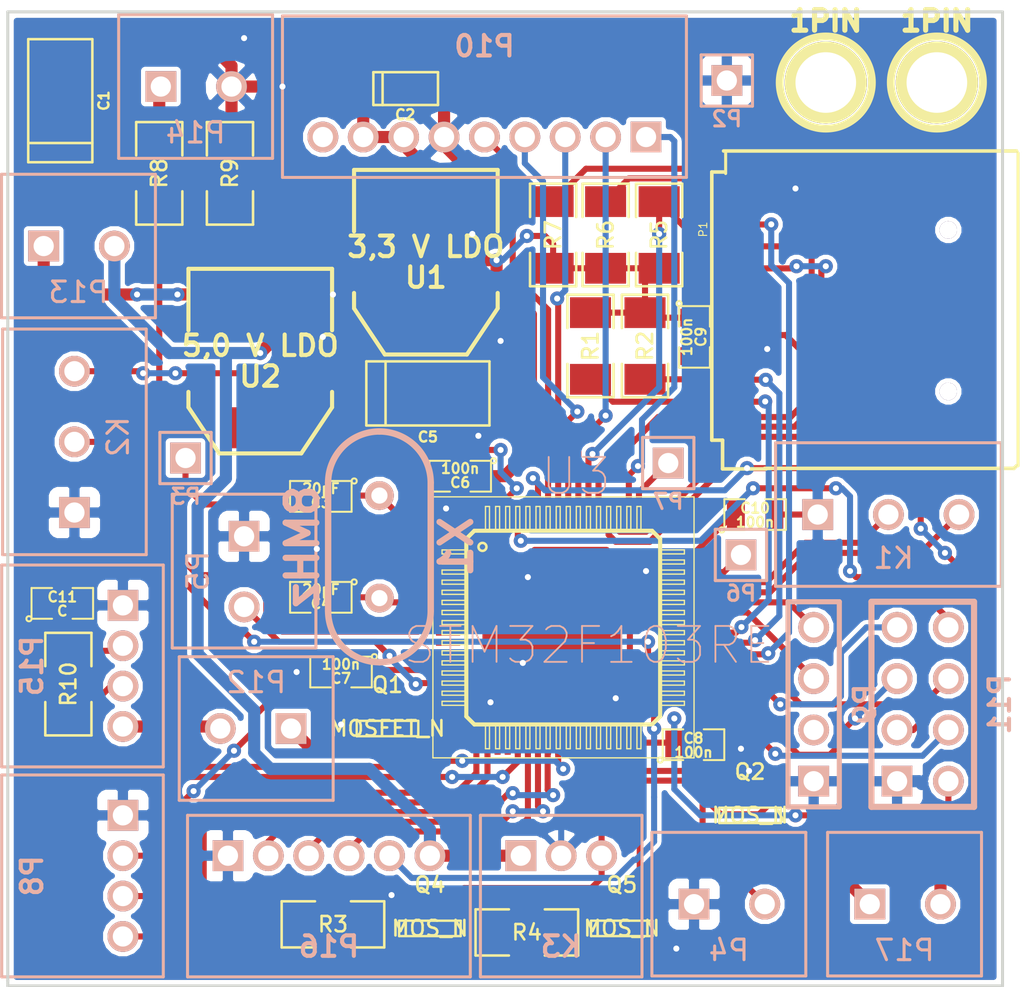
<source format=kicad_pcb>
(kicad_pcb (version 3) (host pcbnew "(2013-may-18)-stable")
  (title_block (title "Lazertag rifle") (rev 1.1))
  (layers (15 F.Cu signal) (0 B.Cu signal) (18 B.Paste user) (19 F.Paste user) (20 B.SilkS user) (21 F.SilkS user) (22 B.Mask user) (23 F.Mask user) (28 Edge.Cuts user))
  (net 0 "")
  (net 1 +3.3V)
  (net 2 +5V)
  (net 3 +BATT)
  (net 4 GND)
  (net 5 N-000001)
  (net 6 N-0000010)
  (net 7 N-0000011)
  (net 8 N-0000012)
  (net 9 N-0000013)
  (net 10 N-0000014)
  (net 11 N-0000015)
  (net 12 N-0000016)
  (net 13 N-0000018)
  (net 14 N-0000019)
  (net 15 N-000002)
  (net 16 N-0000020)
  (net 17 N-0000021)
  (net 18 N-0000022)
  (net 19 N-0000023)
  (net 20 N-0000024)
  (net 21 N-0000025)
  (net 22 N-0000026)
  (net 23 N-0000027)
  (net 24 N-0000028)
  (net 25 N-0000029)
  (net 26 N-000003)
  (net 27 N-0000030)
  (net 28 N-0000032)
  (net 29 N-0000033)
  (net 30 N-0000034)
  (net 31 N-0000035)
  (net 32 N-0000036)
  (net 33 N-0000037)
  (net 34 N-0000039)
  (net 35 N-000004)
  (net 36 N-0000040)
  (net 37 N-0000041)
  (net 38 N-0000042)
  (net 39 N-0000043)
  (net 40 N-0000044)
  (net 41 N-0000045)
  (net 42 N-0000046)
  (net 43 N-0000047)
  (net 44 N-0000048)
  (net 45 N-0000049)
  (net 46 N-000005)
  (net 47 N-0000050)
  (net 48 N-0000051)
  (net 49 N-0000053)
  (net 50 N-0000054)
  (net 51 N-000006)
  (net 52 N-000007)
  (net 53 N-000008)
  (net 54 N-000009)
  (module TERMINALS_3 (layer B.Cu) (at 66.8 73.8 90)
    (fp_text reference K2 (at 0.254 2.159 90) (layer B.SilkS) (effects (font (size 1.016 1.016) (thickness 0.1524)) (justify mirror)))
    (fp_text value Fire_mode hide)
    (pad 1 thru_hole rect (at -3.5 0 90) (size 1.524 1.524) (drill 1) (layers *.Cu *.Mask B.SilkS) (net 4 GND))
    (pad 2 thru_hole circle (at 0 0 90) (size 1.524 1.524) (drill 1) (layers *.Cu *.Mask B.SilkS) (net 31 N-0000035))
    (pad 3 thru_hole circle (at 3.5 0 90) (size 1.524 1.524) (drill 1) (layers *.Cu *.Mask B.SilkS) (net 43 N-0000047))
  )
  (module TERMINALS_3 (layer B.Cu) (at 107.1 77.4)
    (fp_text reference K1 (at 0.254 2.159) (layer B.SilkS) (effects (font (size 1.016 1.016) (thickness 0.1524)) (justify mirror)))
    (fp_text value Magazine hide)
    (pad 1 thru_hole rect (at -3.5 0) (size 1.524 1.524) (drill 1) (layers *.Cu *.Mask B.SilkS) (net 4 GND))
    (pad 2 thru_hole circle (at 0 0) (size 1.524 1.524) (drill 1) (layers *.Cu *.Mask B.SilkS) (net 9 N-0000013))
    (pad 3 thru_hole circle (at 3.5 0) (size 1.524 1.524) (drill 1) (layers *.Cu *.Mask B.SilkS) (net 8 N-0000012))
  )
  (module TERMINALS_2 (layer B.Cu) (at 99.2 96.7)
    (fp_text reference P4 (at 0 2.286) (layer B.SilkS) (effects (font (size 1.016 1.016) (thickness 0.1524)) (justify mirror)))
    (fp_text value Reload hide)
    (pad 1 thru_hole rect (at -1.722 0) (size 1.524 1.524) (drill 1) (layers *.Cu *.Mask B.SilkS) (net 4 GND))
    (pad 2 thru_hole circle (at 1.778 0) (size 1.524 1.524) (drill 1) (layers *.Cu *.Mask B.SilkS) (net 25 N-0000029))
  )
  (module TERMINALS_2 (layer B.Cu) (at 75.2 80.2 270)
    (fp_text reference P5 (at 0 2.286 270) (layer B.SilkS) (effects (font (size 1.016 1.016) (thickness 0.1524)) (justify mirror)))
    (fp_text value Fire hide)
    (pad 1 thru_hole rect (at -1.722 0 270) (size 1.524 1.524) (drill 1) (layers *.Cu *.Mask B.SilkS) (net 4 GND))
    (pad 2 thru_hole circle (at 1.778 0 270) (size 1.524 1.524) (drill 1) (layers *.Cu *.Mask B.SilkS) (net 27 N-0000030))
  )
  (module TERMINALS_2 (layer B.Cu) (at 72.8 56.2)
    (fp_text reference P14 (at 0 2.286) (layer B.SilkS) (effects (font (size 1.016 1.016) (thickness 0.1524)) (justify mirror)))
    (fp_text value Power_in hide)
    (pad 1 thru_hole rect (at -1.722 0) (size 1.524 1.524) (drill 1) (layers *.Cu *.Mask B.SilkS) (net 3 +BATT))
    (pad 2 thru_hole circle (at 1.778 0) (size 1.524 1.524) (drill 1) (layers *.Cu *.Mask B.SilkS) (net 4 GND))
  )
  (module TERMINALS_2 (layer B.Cu) (at 75.8 88 180)
    (fp_text reference P12 (at 0 2.286 180) (layer B.SilkS) (effects (font (size 1.016 1.016) (thickness 0.1524)) (justify mirror)))
    (fp_text value VibroEng hide)
    (pad 1 thru_hole rect (at -1.722 0 180) (size 1.524 1.524) (drill 1) (layers *.Cu *.Mask B.SilkS) (net 42 N-0000046))
    (pad 2 thru_hole circle (at 1.778 0 180) (size 1.524 1.524) (drill 1) (layers *.Cu *.Mask B.SilkS) (net 3 +BATT))
  )
  (module TERMINALS_2 (layer B.Cu) (at 67 64.1)
    (fp_text reference P13 (at 0 2.286) (layer B.SilkS) (effects (font (size 1.016 1.016) (thickness 0.1524)) (justify mirror)))
    (fp_text value IR_LED hide)
    (pad 1 thru_hole rect (at -1.722 0) (size 1.524 1.524) (drill 1) (layers *.Cu *.Mask B.SilkS) (net 33 N-0000037))
    (pad 2 thru_hole circle (at 1.778 0) (size 1.524 1.524) (drill 1) (layers *.Cu *.Mask B.SilkS) (net 2 +5V))
  )
  (module SOT23GDS (layer F.Cu) (at 82.3 88)
    (fp_text reference Q1 (at 0 -2.159) (layer F.SilkS) (effects (font (size 0.762 0.762) (thickness 0.12954))))
    (fp_text value MOSFET_N (at 0 0) (layer F.SilkS) (effects (font (size 0.762 0.762) (thickness 0.12954))))
    (pad S smd rect (at -0.889 -1.016) (size 0.9144 0.9144) (layers F.Cu F.Paste F.Mask) (net 4 GND))
    (pad G smd rect (at 0.889 -1.016) (size 0.9144 0.9144) (layers F.Cu F.Paste F.Mask) (net 7 N-0000011))
    (pad D smd rect (at 0 1.016) (size 0.9144 0.9144) (layers F.Cu F.Paste F.Mask) (net 42 N-0000046))
  )
  (module SOT23GDS (layer F.Cu) (at 93.9 97.9)
    (fp_text reference Q5 (at 0 -2.159) (layer F.SilkS) (effects (font (size 0.762 0.762) (thickness 0.12954))))
    (fp_text value MOS_N (at 0 0) (layer F.SilkS) (effects (font (size 0.762 0.762) (thickness 0.12954))))
    (pad S smd rect (at -0.889 -1.016) (size 0.9144 0.9144) (layers F.Cu F.Paste F.Mask) (net 4 GND))
    (pad G smd rect (at 0.889 -1.016) (size 0.9144 0.9144) (layers F.Cu F.Paste F.Mask) (net 35 N-000004))
    (pad D smd rect (at 0 1.016) (size 0.9144 0.9144) (layers F.Cu F.Paste F.Mask) (net 15 N-000002))
  )
  (module SOT23GDS (layer F.Cu) (at 84.4 97.9)
    (fp_text reference Q4 (at 0 -2.159) (layer F.SilkS) (effects (font (size 0.762 0.762) (thickness 0.12954))))
    (fp_text value MOS_N (at 0 0) (layer F.SilkS) (effects (font (size 0.762 0.762) (thickness 0.12954))))
    (pad S smd rect (at -0.889 -1.016) (size 0.9144 0.9144) (layers F.Cu F.Paste F.Mask) (net 4 GND))
    (pad G smd rect (at 0.889 -1.016) (size 0.9144 0.9144) (layers F.Cu F.Paste F.Mask) (net 26 N-000003))
    (pad D smd rect (at 0 1.016) (size 0.9144 0.9144) (layers F.Cu F.Paste F.Mask) (net 5 N-000001))
  )
  (module SOT223 (layer F.Cu) (at 84.2 64.9 180)
    (fp_text reference U1 (at 0 -0.762 180) (layer F.SilkS) (effects (font (size 1.016 1.016) (thickness 0.2032))))
    (fp_text value "3,3 V LDO" (at 0 0.762 180) (layer F.SilkS) (effects (font (size 1.016 1.016) (thickness 0.2032))))
    (pad 4 smd rect (at 0 -3.302 180) (size 3.6576 2.032) (layers F.Cu F.Paste F.Mask))
    (pad 2 smd rect (at 0 3.302 180) (size 1.016 2.032) (layers F.Cu F.Paste F.Mask) (net 1 +3.3V))
    (pad 3 smd rect (at 2.286 3.302 180) (size 1.016 2.032) (layers F.Cu F.Paste F.Mask) (net 3 +BATT))
    (pad 1 smd rect (at -2.286 3.302 180) (size 1.016 2.032) (layers F.Cu F.Paste F.Mask) (net 4 GND))
  )
  (module SOT223 (layer F.Cu) (at 76 69.8 180)
    (fp_text reference U2 (at 0 -0.762 180) (layer F.SilkS) (effects (font (size 1.016 1.016) (thickness 0.2032))))
    (fp_text value "5,0 V LDO" (at 0 0.762 180) (layer F.SilkS) (effects (font (size 1.016 1.016) (thickness 0.2032))))
    (pad 4 smd rect (at 0 -3.302 180) (size 3.6576 2.032) (layers F.Cu F.Paste F.Mask))
    (pad 2 smd rect (at 0 3.302 180) (size 1.016 2.032) (layers F.Cu F.Paste F.Mask) (net 2 +5V))
    (pad 3 smd rect (at 2.286 3.302 180) (size 1.016 2.032) (layers F.Cu F.Paste F.Mask) (net 3 +BATT))
    (pad 1 smd rect (at -2.286 3.302 180) (size 1.016 2.032) (layers F.Cu F.Paste F.Mask) (net 4 GND))
  )
  (module SM1206 (layer F.Cu) (at 66.5 85.8 90)
    (fp_text reference R10 (at 0 0 90) (layer F.SilkS) (effects (font (size 0.762 0.762) (thickness 0.127))))
    (fp_text value R hide)
    (pad 1 smd rect (at -1.651 0 90) (size 1.524 2.032) (layers F.Cu F.Paste F.Mask) (net 32 N-0000036))
    (pad 2 smd rect (at 1.651 0 90) (size 1.524 2.032) (layers F.Cu F.Paste F.Mask) (net 37 N-0000041))
  )
  (module SM1206 (layer F.Cu) (at 92.35 69.05 270)
    (fp_text reference R1 (at 0 0 270) (layer F.SilkS) (effects (font (size 0.762 0.762) (thickness 0.127))))
    (fp_text value 47k hide)
    (pad 1 smd rect (at -1.651 0 270) (size 1.524 2.032) (layers F.Cu F.Paste F.Mask) (net 1 +3.3V))
    (pad 2 smd rect (at 1.651 0 270) (size 1.524 2.032) (layers F.Cu F.Paste F.Mask) (net 45 N-0000049))
  )
  (module SM1206 (layer F.Cu) (at 90.5 63.55 90)
    (fp_text reference R7 (at 0 0 90) (layer F.SilkS) (effects (font (size 0.762 0.762) (thickness 0.127))))
    (fp_text value 47k hide)
    (pad 1 smd rect (at -1.651 0 90) (size 1.524 2.032) (layers F.Cu F.Paste F.Mask) (net 1 +3.3V))
    (pad 2 smd rect (at 1.651 0 90) (size 1.524 2.032) (layers F.Cu F.Paste F.Mask) (net 30 N-0000034))
  )
  (module SM1206 (layer F.Cu) (at 93.1 63.55 90)
    (fp_text reference R6 (at 0 0 90) (layer F.SilkS) (effects (font (size 0.762 0.762) (thickness 0.127))))
    (fp_text value 47k hide)
    (pad 1 smd rect (at -1.651 0 90) (size 1.524 2.032) (layers F.Cu F.Paste F.Mask) (net 1 +3.3V))
    (pad 2 smd rect (at 1.651 0 90) (size 1.524 2.032) (layers F.Cu F.Paste F.Mask) (net 29 N-0000033))
  )
  (module SM1206 (layer F.Cu) (at 95.75 63.55 90)
    (fp_text reference R5 (at 0 0 90) (layer F.SilkS) (effects (font (size 0.762 0.762) (thickness 0.127))))
    (fp_text value 47k hide)
    (pad 1 smd rect (at -1.651 0 90) (size 1.524 2.032) (layers F.Cu F.Paste F.Mask) (net 1 +3.3V))
    (pad 2 smd rect (at 1.651 0 90) (size 1.524 2.032) (layers F.Cu F.Paste F.Mask) (net 48 N-0000051))
  )
  (module SM1206 (layer F.Cu) (at 95.05 69.05 270)
    (fp_text reference R2 (at 0 0 270) (layer F.SilkS) (effects (font (size 0.762 0.762) (thickness 0.127))))
    (fp_text value 47k hide)
    (pad 1 smd rect (at -1.651 0 270) (size 1.524 2.032) (layers F.Cu F.Paste F.Mask) (net 1 +3.3V))
    (pad 2 smd rect (at 1.651 0 270) (size 1.524 2.032) (layers F.Cu F.Paste F.Mask) (net 47 N-0000050))
  )
  (module SM1206 (layer F.Cu) (at 74.5 60.5 90)
    (fp_text reference R9 (at 0 0 90) (layer F.SilkS) (effects (font (size 0.762 0.762) (thickness 0.127))))
    (fp_text value R hide)
    (pad 1 smd rect (at -1.651 0 90) (size 1.524 2.032) (layers F.Cu F.Paste F.Mask) (net 50 N-0000054))
    (pad 2 smd rect (at 1.651 0 90) (size 1.524 2.032) (layers F.Cu F.Paste F.Mask) (net 4 GND))
  )
  (module SM1206 (layer F.Cu) (at 79.6 97.7)
    (fp_text reference R3 (at 0 0) (layer F.SilkS) (effects (font (size 0.762 0.762) (thickness 0.127))))
    (fp_text value R hide)
    (pad 1 smd rect (at -1.651 0) (size 1.524 2.032) (layers F.Cu F.Paste F.Mask) (net 33 N-0000037))
    (pad 2 smd rect (at 1.651 0) (size 1.524 2.032) (layers F.Cu F.Paste F.Mask) (net 5 N-000001))
  )
  (module SM1206 (layer F.Cu) (at 89.2 98.1)
    (fp_text reference R4 (at 0 0) (layer F.SilkS) (effects (font (size 0.762 0.762) (thickness 0.127))))
    (fp_text value R hide)
    (pad 1 smd rect (at -1.651 0) (size 1.524 2.032) (layers F.Cu F.Paste F.Mask) (net 33 N-0000037))
    (pad 2 smd rect (at 1.651 0) (size 1.524 2.032) (layers F.Cu F.Paste F.Mask) (net 15 N-000002))
  )
  (module SM1206 (layer F.Cu) (at 71 60.5 270)
    (fp_text reference R8 (at 0 0 270) (layer F.SilkS) (effects (font (size 0.762 0.762) (thickness 0.127))))
    (fp_text value R hide)
    (pad 1 smd rect (at -1.651 0 270) (size 1.524 2.032) (layers F.Cu F.Paste F.Mask) (net 3 +BATT))
    (pad 2 smd rect (at 1.651 0 270) (size 1.524 2.032) (layers F.Cu F.Paste F.Mask) (net 50 N-0000054))
  )
  (module SM0805 (layer F.Cu) (at 79 81.5 180)
    (fp_text reference C4 (at 0 -0.3175 180) (layer F.SilkS) (effects (font (size 0.50038 0.50038) (thickness 0.10922))))
    (fp_text value 20pF (at 0 0.381 180) (layer F.SilkS) (effects (font (size 0.50038 0.50038) (thickness 0.10922))))
    (pad 1 smd rect (at -0.9525 0 180) (size 0.889 1.397) (layers F.Cu F.Paste F.Mask) (net 11 N-0000015))
    (pad 2 smd rect (at 0.9525 0 180) (size 0.889 1.397) (layers F.Cu F.Paste F.Mask) (net 4 GND))
  )
  (module SM0805 (layer F.Cu) (at 66.2 81.8)
    (fp_text reference C11 (at 0 -0.3175) (layer F.SilkS) (effects (font (size 0.50038 0.50038) (thickness 0.10922))))
    (fp_text value C (at 0 0.381) (layer F.SilkS) (effects (font (size 0.50038 0.50038) (thickness 0.10922))))
    (pad 1 smd rect (at -0.9525 0) (size 0.889 1.397) (layers F.Cu F.Paste F.Mask) (net 37 N-0000041))
    (pad 2 smd rect (at 0.9525 0) (size 0.889 1.397) (layers F.Cu F.Paste F.Mask) (net 4 GND))
  )
  (module SM0805 (layer F.Cu) (at 79 76.5 180)
    (fp_text reference C3 (at 0 -0.3175 180) (layer F.SilkS) (effects (font (size 0.50038 0.50038) (thickness 0.10922))))
    (fp_text value 20pF (at 0 0.381 180) (layer F.SilkS) (effects (font (size 0.50038 0.50038) (thickness 0.10922))))
    (pad 1 smd rect (at -0.9525 0 180) (size 0.889 1.397) (layers F.Cu F.Paste F.Mask) (net 12 N-0000016))
    (pad 2 smd rect (at 0.9525 0 180) (size 0.889 1.397) (layers F.Cu F.Paste F.Mask) (net 4 GND))
  )
  (module SM0805 (layer F.Cu) (at 85.9 75.5 180)
    (fp_text reference C6 (at 0 -0.3175 180) (layer F.SilkS) (effects (font (size 0.50038 0.50038) (thickness 0.10922))))
    (fp_text value 100n (at 0 0.381 180) (layer F.SilkS) (effects (font (size 0.50038 0.50038) (thickness 0.10922))))
    (pad 1 smd rect (at -0.9525 0 180) (size 0.889 1.397) (layers F.Cu F.Paste F.Mask) (net 1 +3.3V))
    (pad 2 smd rect (at 0.9525 0 180) (size 0.889 1.397) (layers F.Cu F.Paste F.Mask) (net 4 GND))
  )
  (module SM0805 (layer F.Cu) (at 80 85.2 180)
    (fp_text reference C7 (at 0 -0.3175 180) (layer F.SilkS) (effects (font (size 0.50038 0.50038) (thickness 0.10922))))
    (fp_text value 100n (at 0 0.381 180) (layer F.SilkS) (effects (font (size 0.50038 0.50038) (thickness 0.10922))))
    (pad 1 smd rect (at -0.9525 0 180) (size 0.889 1.397) (layers F.Cu F.Paste F.Mask) (net 1 +3.3V))
    (pad 2 smd rect (at 0.9525 0 180) (size 0.889 1.397) (layers F.Cu F.Paste F.Mask) (net 4 GND))
  )
  (module SM0805 (layer F.Cu) (at 100.5 77.4)
    (fp_text reference C10 (at 0 -0.3175) (layer F.SilkS) (effects (font (size 0.50038 0.50038) (thickness 0.10922))))
    (fp_text value 100n (at 0 0.381) (layer F.SilkS) (effects (font (size 0.50038 0.50038) (thickness 0.10922))))
    (pad 1 smd rect (at -0.9525 0) (size 0.889 1.397) (layers F.Cu F.Paste F.Mask) (net 1 +3.3V))
    (pad 2 smd rect (at 0.9525 0) (size 0.889 1.397) (layers F.Cu F.Paste F.Mask) (net 4 GND))
  )
  (module SM0805 (layer F.Cu) (at 97.5 68.6 270)
    (fp_text reference C9 (at 0 -0.3175 270) (layer F.SilkS) (effects (font (size 0.50038 0.50038) (thickness 0.10922))))
    (fp_text value 100n (at 0 0.381 270) (layer F.SilkS) (effects (font (size 0.50038 0.50038) (thickness 0.10922))))
    (pad 1 smd rect (at -0.9525 0 270) (size 0.889 1.397) (layers F.Cu F.Paste F.Mask) (net 1 +3.3V))
    (pad 2 smd rect (at 0.9525 0 270) (size 0.889 1.397) (layers F.Cu F.Paste F.Mask) (net 4 GND))
  )
  (module SM0805 (layer F.Cu) (at 97.45 88.8)
    (fp_text reference C8 (at 0 -0.3175) (layer F.SilkS) (effects (font (size 0.50038 0.50038) (thickness 0.10922))))
    (fp_text value 100n (at 0 0.381) (layer F.SilkS) (effects (font (size 0.50038 0.50038) (thickness 0.10922))))
    (pad 1 smd rect (at -0.9525 0) (size 0.889 1.397) (layers F.Cu F.Paste F.Mask) (net 1 +3.3V))
    (pad 2 smd rect (at 0.9525 0) (size 0.889 1.397) (layers F.Cu F.Paste F.Mask) (net 4 GND))
  )
  (module pin_array_4x2 (layer B.Cu) (at 108.8 86.8 90)
    (fp_text reference P11 (at 0 3.81 90) (layer B.SilkS) (effects (font (size 1.016 1.016) (thickness 0.2032)) (justify mirror)))
    (fp_text value NRF24L01 hide)
    (pad 1 thru_hole rect (at -3.81 -1.27 90) (size 1.524 1.524) (drill 1.000) (layers *.Cu *.Mask B.SilkS) (net 4 GND))
    (pad 2 thru_hole circle (at -3.81 1.27 90) (size 1.524 1.524) (drill 1.000) (layers *.Cu *.Mask B.SilkS) (net 1 +3.3V))
    (pad 3 thru_hole circle (at -1.27 -1.27 90) (size 1.524 1.524) (drill 1.000) (layers *.Cu *.Mask B.SilkS) (net 6 N-0000010))
    (pad 4 thru_hole circle (at -1.27 1.27 90) (size 1.524 1.524) (drill 1.000) (layers *.Cu *.Mask B.SilkS) (net 46 N-000005))
    (pad 5 thru_hole circle (at 1.27 -1.27 90) (size 1.524 1.524) (drill 1.000) (layers *.Cu *.Mask B.SilkS) (net 53 N-000008))
    (pad 6 thru_hole circle (at 1.27 1.27 90) (size 1.524 1.524) (drill 1.000) (layers *.Cu *.Mask B.SilkS) (net 51 N-000006))
    (pad 7 thru_hole circle (at 3.81 -1.27 90) (size 1.524 1.524) (drill 1.000) (layers *.Cu *.Mask B.SilkS) (net 52 N-000007))
    (pad 8 thru_hole circle (at 3.81 1.27 90) (size 1.524 1.524) (drill 1.000) (layers *.Cu *.Mask B.SilkS) (net 54 N-000009))
  )
  (module PIN_ARRAY_4x1 (layer B.Cu) (at 103.4 86.8 90)
    (fp_text reference P9 (at 0 2.54 90) (layer B.SilkS) (effects (font (size 1.016 1.016) (thickness 0.2032)) (justify mirror)))
    (fp_text value USART1 hide)
    (pad 1 thru_hole rect (at -3.81 0 90) (size 1.524 1.524) (drill 1.000) (layers *.Cu *.Mask B.SilkS) (net 4 GND))
    (pad 2 thru_hole circle (at -1.27 0 90) (size 1.524 1.524) (drill 1.000) (layers *.Cu *.Mask B.SilkS))
    (pad 3 thru_hole circle (at 1.27 0 90) (size 1.524 1.524) (drill 1.000) (layers *.Cu *.Mask B.SilkS) (net 22 N-0000026))
    (pad 4 thru_hole circle (at 3.81 0 90) (size 1.524 1.524) (drill 1.000) (layers *.Cu *.Mask B.SilkS) (net 23 N-0000027))
  )
  (module PIN_ARRAY_1 (layer B.Cu) (at 99.8 79.4)
    (fp_text reference P6 (at 0 1.905) (layer B.SilkS) (effects (font (size 0.762 0.762) (thickness 0.1524)) (justify mirror)))
    (fp_text value SWD_IO hide)
    (pad 1 thru_hole rect (at 0 0) (size 1.524 1.524) (drill 1.000) (layers *.Cu *.Mask B.SilkS) (net 20 N-0000024))
  )
  (module PIN_ARRAY_1 (layer B.Cu) (at 99.1 55.9)
    (fp_text reference P2 (at 0 1.905) (layer B.SilkS) (effects (font (size 0.762 0.762) (thickness 0.1524)) (justify mirror)))
    (fp_text value GND hide)
    (pad 1 thru_hole rect (at 0 0) (size 1.524 1.524) (drill 1.000) (layers *.Cu *.Mask B.SilkS) (net 4 GND))
  )
  (module PIN_ARRAY_1 (layer B.Cu) (at 72.3 74.6)
    (fp_text reference P3 (at 0 1.905) (layer B.SilkS) (effects (font (size 0.762 0.762) (thickness 0.1524)) (justify mirror)))
    (fp_text value Reset hide)
    (pad 1 thru_hole rect (at 0 0) (size 1.524 1.524) (drill 1.000) (layers *.Cu *.Mask B.SilkS) (net 19 N-0000023))
  )
  (module PIN_ARRAY_1 (layer B.Cu) (at 96.2 74.85)
    (fp_text reference P7 (at 0 1.905) (layer B.SilkS) (effects (font (size 0.762 0.762) (thickness 0.1524)) (justify mirror)))
    (fp_text value SWD_CLK hide)
    (pad 1 thru_hole rect (at 0 0) (size 1.524 1.524) (drill 1.000) (layers *.Cu *.Mask B.SilkS) (net 21 N-0000025))
  )
  (module PIN_ARRAY-9X1-2mm-horiz (layer B.Cu) (at 87.1 58.7 180)
    (fp_text reference P10 (at 0 4.5 180) (layer B.SilkS) (effects (font (size 1.016 1.016) (thickness 0.2032)) (justify mirror)))
    (fp_text value RFID-RC522-MODULE hide)
    (pad 1 thru_hole rect (at -8 0 180) (size 1.524 1.524) (drill 1) (layers *.Cu *.Mask B.SilkS) (net 13 N-0000018))
    (pad 2 thru_hole circle (at -6 0 180) (size 1.524 1.524) (drill 1) (layers *.Cu *.Mask B.SilkS) (net 44 N-0000048))
    (pad 3 thru_hole circle (at -4 0 180) (size 1.524 1.524) (drill 1) (layers *.Cu *.Mask B.SilkS) (net 17 N-0000021))
    (pad 4 thru_hole circle (at -2 0 180) (size 1.524 1.524) (drill 1) (layers *.Cu *.Mask B.SilkS) (net 16 N-0000020))
    (pad 5 thru_hole circle (at 0 0 180) (size 1.524 1.524) (drill 1) (layers *.Cu *.Mask B.SilkS) (net 18 N-0000022))
    (pad 6 thru_hole circle (at 2 0 180) (size 1.524 1.524) (drill 1) (layers *.Cu *.Mask B.SilkS) (net 4 GND))
    (pad 7 thru_hole circle (at 4 0 180) (size 1.524 1.524) (drill 1) (layers *.Cu *.Mask B.SilkS) (net 1 +3.3V))
    (pad 8 thru_hole circle (at 6 0 180) (size 1.524 1.524) (drill 1) (layers *.Cu *.Mask B.SilkS) (net 1 +3.3V))
    (pad 9 thru_hole circle (at 8 0 180) (size 1.524 1.524) (drill 1) (layers *.Cu *.Mask B.SilkS))
  )
  (module PIN_ARRAY-6X1-2mm-horiz (layer B.Cu) (at 79.4 94.3)
    (fp_text reference P16 (at 0 4.5) (layer B.SilkS) (effects (font (size 1.016 1.016) (thickness 0.2032)) (justify mirror)))
    (fp_text value Indicators hide)
    (pad 1 thru_hole rect (at -5 0) (size 1.524 1.524) (drill 1) (layers *.Cu *.Mask B.SilkS) (net 4 GND))
    (pad 2 thru_hole circle (at -3 0) (size 1.524 1.524) (drill 1) (layers *.Cu *.Mask B.SilkS) (net 39 N-0000043))
    (pad 3 thru_hole circle (at -1 0) (size 1.524 1.524) (drill 1) (layers *.Cu *.Mask B.SilkS) (net 40 N-0000044))
    (pad 4 thru_hole circle (at 1 0) (size 1.524 1.524) (drill 1) (layers *.Cu *.Mask B.SilkS) (net 41 N-0000045))
    (pad 5 thru_hole circle (at 3 0) (size 1.524 1.524) (drill 1) (layers *.Cu *.Mask B.SilkS) (net 49 N-0000053))
    (pad 6 thru_hole circle (at 5 0) (size 1.524 1.524) (drill 1) (layers *.Cu *.Mask B.SilkS) (net 2 +5V))
  )
  (module PIN_ARRAY-4X1-2mm-horiz (layer B.Cu) (at 69.2 84.9 270)
    (fp_text reference P15 (at 0 4.5 270) (layer B.SilkS) (effects (font (size 1.016 1.016) (thickness 0.2032)) (justify mirror)))
    (fp_text value Sound hide)
    (pad 1 thru_hole rect (at -3 0 270) (size 1.524 1.524) (drill 1) (layers *.Cu *.Mask B.SilkS) (net 4 GND))
    (pad 2 thru_hole circle (at -1 0 270) (size 1.524 1.524) (drill 1) (layers *.Cu *.Mask B.SilkS) (net 37 N-0000041))
    (pad 3 thru_hole circle (at 1 0 270) (size 1.524 1.524) (drill 1) (layers *.Cu *.Mask B.SilkS) (net 38 N-0000042))
    (pad 4 thru_hole circle (at 3 0 270) (size 1.524 1.524) (drill 1) (layers *.Cu *.Mask B.SilkS) (net 3 +BATT))
  )
  (module PIN_ARRAY-3X1-2mm-horiz (layer B.Cu) (at 90.9 94.3)
    (fp_text reference K3 (at 0 4.5) (layer B.SilkS) (effects (font (size 1.016 1.016) (thickness 0.2032)) (justify mirror)))
    (fp_text value IR_LASER hide)
    (pad 1 thru_hole rect (at -2 0) (size 1.524 1.524) (drill 1) (layers *.Cu *.Mask B.SilkS) (net 2 +5V))
    (pad 2 thru_hole circle (at 0 0) (size 1.524 1.524) (drill 1) (layers *.Cu *.Mask B.SilkS) (net 4 GND))
    (pad 3 thru_hole circle (at 2 0) (size 1.524 1.524) (drill 1) (layers *.Cu *.Mask B.SilkS) (net 26 N-000003))
  )
  (module MICROSD-CD (layer F.Cu) (at 99.55 66.35 90)
    (fp_text reference P1 (at 3.0734 -1.6256 90) (layer F.SilkS) (effects (font (size 0.39878 0.39878) (thickness 0.0508))))
    (fp_text value MICROSD-SDIO-CD hide)
    (pad CD2 smd rect (at 4.445 0 90) (size 0.6604 1.5748) (layers F.Cu F.Paste F.Mask) (net 4 GND))
    (pad 1 smd rect (at 2.2352 0 90) (size 0.6604 1.5748) (layers F.Cu F.Paste F.Mask) (net 30 N-0000034))
    (pad 2 smd rect (at 1.143 0 90) (size 0.6604 1.5748) (layers F.Cu F.Paste F.Mask) (net 29 N-0000033))
    (pad 3 smd rect (at 0.0508 0 90) (size 0.6604 1.5748) (layers F.Cu F.Paste F.Mask) (net 48 N-0000051))
    (pad 4 smd rect (at -1.0668 0 90) (size 0.6604 1.5748) (layers F.Cu F.Paste F.Mask) (net 1 +3.3V))
    (pad 5 smd rect (at -2.159 0 90) (size 0.6604 1.5748) (layers F.Cu F.Paste F.Mask) (net 10 N-0000014))
    (pad 6 smd rect (at -3.2512 0 90) (size 0.6604 1.5748) (layers F.Cu F.Paste F.Mask) (net 4 GND))
    (pad 7 smd rect (at -4.3688 0 90) (size 0.6604 1.5748) (layers F.Cu F.Paste F.Mask) (net 47 N-0000050))
    (pad 8 smd rect (at -5.461 0 90) (size 0.6604 1.5748) (layers F.Cu F.Paste F.Mask) (net 45 N-0000049))
    (pad CD1 smd rect (at 3.31724 0 90) (size 0.6604 1.5748) (layers F.Cu F.Paste F.Mask) (net 28 N-0000032))
    (pad H1 thru_hole circle (at -4.953 10.5156 90) (size 0.8636 0.8636) (drill 1.000) (layers *.Cu *.Mask))
    (pad H2 thru_hole circle (at 3.048 10.5156 90) (size 0.8636 0.8636) (drill 1.000) (layers *.Cu *.Mask))
    (pad CASE smd rect (at 5.842 7.874 90) (size 1.1684 2.1844) (layers F.Cu F.Paste F.Mask))
    (pad CASE smd rect (at -7.62 7.874 90) (size 1.1684 2.1844) (layers F.Cu F.Paste F.Mask))
  )
  (module HC-49V (layer B.Cu) (at 81.9 79 90)
    (fp_text reference X1 (at 0 3.81 90) (layer B.SilkS) (effects (font (size 1.524 1.524) (thickness 0.3048)) (justify mirror)))
    (fp_text value 8MHz (at 0 -3.81 90) (layer B.SilkS) (effects (font (size 1.524 1.524) (thickness 0.3048)) (justify mirror)))
    (pad 1 thru_hole circle (at -2.54 0 90) (size 1.4224 1.4224) (drill 0.800) (layers *.Cu *.Mask B.SilkS) (net 11 N-0000015))
    (pad 2 thru_hole circle (at 2.54 0 90) (size 1.4224 1.4224) (drill 0.800) (layers *.Cu *.Mask B.SilkS) (net 12 N-0000016))
  )
  (module dsp56f8323-LQFP64-10X10 (layer F.Cu) (at 91 83)
    (fp_text reference U3 (at 0.635 -7.493) (layer B.SilkS) (effects (font (size 1.778 1.778) (thickness 0.0889))))
    (fp_text value STM32F103RE (at 1.27 0.87884) (layer B.SilkS) (effects (font (size 1.778 1.778) (thickness 0.0889))))
    (pad 1 smd rect (at -5.69976 -3.74904) (size 1.19888 0.29972) (layers F.Cu F.Paste F.Mask))
    (pad 2 smd rect (at -5.69976 -3.24866) (size 1.19888 0.29972) (layers F.Cu F.Paste F.Mask))
    (pad 3 smd rect (at -5.69976 -2.74828) (size 1.19888 0.29972) (layers F.Cu F.Paste F.Mask))
    (pad 4 smd rect (at -5.69976 -2.2479) (size 1.19888 0.29972) (layers F.Cu F.Paste F.Mask))
    (pad 5 smd rect (at -5.69976 -1.74752) (size 1.19888 0.29972) (layers F.Cu F.Paste F.Mask) (net 12 N-0000016))
    (pad 6 smd rect (at -5.69976 -1.24968) (size 1.19888 0.29972) (layers F.Cu F.Paste F.Mask) (net 11 N-0000015))
    (pad 7 smd rect (at -5.69976 -0.7493) (size 1.19888 0.29972) (layers F.Cu F.Paste F.Mask) (net 19 N-0000023))
    (pad 8 smd rect (at -5.69976 -0.24892) (size 1.19888 0.29972) (layers F.Cu F.Paste F.Mask) (net 50 N-0000054))
    (pad 9 smd rect (at -5.69976 0.24892) (size 1.19888 0.29972) (layers F.Cu F.Paste F.Mask))
    (pad 10 smd rect (at -5.69976 0.7493) (size 1.19888 0.29972) (layers F.Cu F.Paste F.Mask))
    (pad 11 smd rect (at -5.69976 1.24968) (size 1.19888 0.29972) (layers F.Cu F.Paste F.Mask))
    (pad 12 smd rect (at -5.69976 1.74752) (size 1.19888 0.29972) (layers F.Cu F.Paste F.Mask) (net 4 GND))
    (pad 13 smd rect (at -5.69976 2.2479) (size 1.19888 0.29972) (layers F.Cu F.Paste F.Mask) (net 1 +3.3V))
    (pad 14 smd rect (at -5.69976 2.74828) (size 1.19888 0.29972) (layers F.Cu F.Paste F.Mask) (net 27 N-0000030))
    (pad 15 smd rect (at -5.69976 3.24866) (size 1.19888 0.29972) (layers F.Cu F.Paste F.Mask) (net 7 N-0000011))
    (pad 16 smd rect (at -5.69976 3.74904) (size 1.19888 0.29972) (layers F.Cu F.Paste F.Mask) (net 24 N-0000028))
    (pad 17 smd rect (at -3.74904 5.69976) (size 0.29972 1.19888) (layers F.Cu F.Paste F.Mask) (net 14 N-0000019))
    (pad 18 smd rect (at -3.24866 5.69976) (size 0.29972 1.19888) (layers F.Cu F.Paste F.Mask) (net 4 GND))
    (pad 19 smd rect (at -2.74828 5.69976) (size 0.29972 1.19888) (layers F.Cu F.Paste F.Mask) (net 1 +3.3V))
    (pad 20 smd rect (at -2.2479 5.69976) (size 0.29972 1.19888) (layers F.Cu F.Paste F.Mask) (net 32 N-0000036))
    (pad 21 smd rect (at -1.74752 5.69976) (size 0.29972 1.19888) (layers F.Cu F.Paste F.Mask) (net 41 N-0000045))
    (pad 22 smd rect (at -1.24968 5.69976) (size 0.29972 1.19888) (layers F.Cu F.Paste F.Mask) (net 40 N-0000044))
    (pad 23 smd rect (at -0.7493 5.69976) (size 0.29972 1.19888) (layers F.Cu F.Paste F.Mask) (net 39 N-0000043))
    (pad 24 smd rect (at -0.24892 5.69976) (size 0.29972 1.19888) (layers F.Cu F.Paste F.Mask) (net 38 N-0000042))
    (pad 25 smd rect (at 0.24892 5.69976) (size 0.29972 1.19888) (layers F.Cu F.Paste F.Mask))
    (pad 26 smd rect (at 0.7493 5.69976) (size 0.29972 1.19888) (layers F.Cu F.Paste F.Mask) (net 26 N-000003))
    (pad 27 smd rect (at 1.24968 5.69976) (size 0.29972 1.19888) (layers F.Cu F.Paste F.Mask) (net 35 N-000004))
    (pad 28 smd rect (at 1.74752 5.69976) (size 0.29972 1.19888) (layers F.Cu F.Paste F.Mask) (net 25 N-0000029))
    (pad 29 smd rect (at 2.2479 5.69976) (size 0.29972 1.19888) (layers F.Cu F.Paste F.Mask))
    (pad 30 smd rect (at 2.74828 5.69976) (size 0.29972 1.19888) (layers F.Cu F.Paste F.Mask) (net 36 N-0000040))
    (pad 31 smd rect (at 3.24866 5.69976) (size 0.29972 1.19888) (layers F.Cu F.Paste F.Mask) (net 4 GND))
    (pad 32 smd rect (at 3.74904 5.69976) (size 0.29972 1.19888) (layers F.Cu F.Paste F.Mask) (net 1 +3.3V))
    (pad 33 smd rect (at 5.69976 3.74904) (size 1.19888 0.29972) (layers F.Cu F.Paste F.Mask) (net 46 N-000005))
    (pad 34 smd rect (at 5.69976 3.24866) (size 1.19888 0.29972) (layers F.Cu F.Paste F.Mask) (net 53 N-000008))
    (pad 35 smd rect (at 5.69976 2.74828) (size 1.19888 0.29972) (layers F.Cu F.Paste F.Mask) (net 52 N-000007))
    (pad 36 smd rect (at 5.69976 2.2479) (size 1.19888 0.29972) (layers F.Cu F.Paste F.Mask) (net 51 N-000006))
    (pad 37 smd rect (at 5.69976 1.74752) (size 1.19888 0.29972) (layers F.Cu F.Paste F.Mask) (net 31 N-0000035))
    (pad 38 smd rect (at 5.69976 1.24968) (size 1.19888 0.29972) (layers F.Cu F.Paste F.Mask) (net 28 N-0000032))
    (pad 39 smd rect (at 5.69976 0.7493) (size 1.19888 0.29972) (layers F.Cu F.Paste F.Mask) (net 47 N-0000050))
    (pad 40 smd rect (at 5.69976 0.24892) (size 1.19888 0.29972) (layers F.Cu F.Paste F.Mask) (net 45 N-0000049))
    (pad 41 smd rect (at 5.69976 -0.24892) (size 1.19888 0.29972) (layers F.Cu F.Paste F.Mask) (net 49 N-0000053))
    (pad 42 smd rect (at 5.69976 -0.7493) (size 1.19888 0.29972) (layers F.Cu F.Paste F.Mask) (net 22 N-0000026))
    (pad 43 smd rect (at 5.69976 -1.24968) (size 1.19888 0.29972) (layers F.Cu F.Paste F.Mask) (net 23 N-0000027))
    (pad 44 smd rect (at 5.69976 -1.74752) (size 1.19888 0.29972) (layers F.Cu F.Paste F.Mask) (net 8 N-0000012))
    (pad 45 smd rect (at 5.69976 -2.2479) (size 1.19888 0.29972) (layers F.Cu F.Paste F.Mask) (net 9 N-0000013))
    (pad 46 smd rect (at 5.69976 -2.74828) (size 1.19888 0.29972) (layers F.Cu F.Paste F.Mask) (net 20 N-0000024))
    (pad 47 smd rect (at 5.69976 -3.24866) (size 1.19888 0.29972) (layers F.Cu F.Paste F.Mask) (net 4 GND))
    (pad 48 smd rect (at 5.69976 -3.74904) (size 1.19888 0.29972) (layers F.Cu F.Paste F.Mask) (net 1 +3.3V))
    (pad 49 smd rect (at 3.74904 -5.69976) (size 0.29972 1.19888) (layers F.Cu F.Paste F.Mask) (net 21 N-0000025))
    (pad 50 smd rect (at 3.24866 -5.69976) (size 0.29972 1.19888) (layers F.Cu F.Paste F.Mask) (net 13 N-0000018))
    (pad 51 smd rect (at 2.74828 -5.69976) (size 0.29972 1.19888) (layers F.Cu F.Paste F.Mask) (net 30 N-0000034))
    (pad 52 smd rect (at 2.2479 -5.69976) (size 0.29972 1.19888) (layers F.Cu F.Paste F.Mask) (net 29 N-0000033))
    (pad 53 smd rect (at 1.74752 -5.69976) (size 0.29972 1.19888) (layers F.Cu F.Paste F.Mask) (net 10 N-0000014))
    (pad 54 smd rect (at 1.24968 -5.69976) (size 0.29972 1.19888) (layers F.Cu F.Paste F.Mask) (net 48 N-0000051))
    (pad 55 smd rect (at 0.7493 -5.69976) (size 0.29972 1.19888) (layers F.Cu F.Paste F.Mask) (net 44 N-0000048))
    (pad 56 smd rect (at 0.24892 -5.69976) (size 0.29972 1.19888) (layers F.Cu F.Paste F.Mask) (net 16 N-0000020))
    (pad 57 smd rect (at -0.24892 -5.69976) (size 0.29972 1.19888) (layers F.Cu F.Paste F.Mask) (net 17 N-0000021))
    (pad 58 smd rect (at -0.7493 -5.69976) (size 0.29972 1.19888) (layers F.Cu F.Paste F.Mask) (net 18 N-0000022))
    (pad 59 smd rect (at -1.24968 -5.69976) (size 0.29972 1.19888) (layers F.Cu F.Paste F.Mask) (net 6 N-0000010))
    (pad 60 smd rect (at -1.74752 -5.69976) (size 0.29972 1.19888) (layers F.Cu F.Paste F.Mask))
    (pad 61 smd rect (at -2.2479 -5.69976) (size 0.29972 1.19888) (layers F.Cu F.Paste F.Mask) (net 54 N-000009))
    (pad 62 smd rect (at -2.74828 -5.69976) (size 0.29972 1.19888) (layers F.Cu F.Paste F.Mask) (net 43 N-0000047))
    (pad 63 smd rect (at -3.24866 -5.69976) (size 0.29972 1.19888) (layers F.Cu F.Paste F.Mask) (net 4 GND))
    (pad 64 smd rect (at -3.74904 -5.69976) (size 0.29972 1.19888) (layers F.Cu F.Paste F.Mask) (net 1 +3.3V))
  )
  (module c_tant_C (layer F.Cu) (at 84.3 71.4 180)
    (fp_text reference C5 (at 0 -2.159 180) (layer F.SilkS) (effects (font (size 0.50038 0.50038) (thickness 0.11938))))
    (fp_text value 470uF hide)
    (pad 1 smd rect (at 2.52476 0 180) (size 2.55016 2.49936) (layers F.Cu F.Paste F.Mask) (net 2 +5V))
    (pad 2 smd rect (at -2.52476 0 180) (size 2.55016 2.49936) (layers F.Cu F.Paste F.Mask) (net 4 GND))
  )
  (module c_tant_C (layer F.Cu) (at 66.1 56.9 270)
    (fp_text reference C1 (at 0 -2.159 270) (layer F.SilkS) (effects (font (size 0.50038 0.50038) (thickness 0.11938))))
    (fp_text value 470uF hide)
    (pad 1 smd rect (at 2.52476 0 270) (size 2.55016 2.49936) (layers F.Cu F.Paste F.Mask) (net 3 +BATT))
    (pad 2 smd rect (at -2.52476 0 270) (size 2.55016 2.49936) (layers F.Cu F.Paste F.Mask) (net 4 GND))
  )
  (module c_tant_A (layer F.Cu) (at 83.2 56.3 180)
    (fp_text reference C2 (at 0.0254 -1.2954 180) (layer F.SilkS) (effects (font (size 0.50038 0.50038) (thickness 0.11938))))
    (fp_text value 10uF hide)
    (pad 1 smd rect (at 1.37414 0 180) (size 1.95072 1.50114) (layers F.Cu F.Paste F.Mask) (net 1 +3.3V))
    (pad 2 smd rect (at -1.37414 0 180) (size 1.95072 1.50114) (layers F.Cu F.Paste F.Mask) (net 4 GND))
  )
  (module TERMINALS_2 (layer B.Cu) (at 107.9 96.7)
    (fp_text reference P17 (at 0 2.286) (layer B.SilkS) (effects (font (size 1.016 1.016) (thickness 0.1524)) (justify mirror)))
    (fp_text value FireFlash hide)
    (pad 1 thru_hole rect (at -1.722 0) (size 1.524 1.524) (drill 1) (layers *.Cu *.Mask B.SilkS) (net 34 N-0000039))
    (pad 2 thru_hole circle (at 1.778 0) (size 1.524 1.524) (drill 1) (layers *.Cu *.Mask B.SilkS) (net 3 +BATT))
  )
  (module SOT23GDS (layer F.Cu) (at 100.25 92.3)
    (fp_text reference Q2 (at 0 -2.159) (layer F.SilkS) (effects (font (size 0.762 0.762) (thickness 0.12954))))
    (fp_text value MOS_N (at 0 0) (layer F.SilkS) (effects (font (size 0.762 0.762) (thickness 0.12954))))
    (pad S smd rect (at -0.889 -1.016) (size 0.9144 0.9144) (layers F.Cu F.Paste F.Mask) (net 4 GND))
    (pad G smd rect (at 0.889 -1.016) (size 0.9144 0.9144) (layers F.Cu F.Paste F.Mask) (net 36 N-0000040))
    (pad D smd rect (at 0 1.016) (size 0.9144 0.9144) (layers F.Cu F.Paste F.Mask) (net 34 N-0000039))
  )
  (module PIN_ARRAY-4X1-2mm-horiz (layer B.Cu) (at 69.2 95.3 270)
    (fp_text reference P8 (at 0 4.5 270) (layer B.SilkS) (effects (font (size 1.016 1.016) (thickness 0.2032)) (justify mirror)))
    (fp_text value USART2 hide)
    (pad 1 thru_hole rect (at -3 0 270) (size 1.524 1.524) (drill 1) (layers *.Cu *.Mask B.SilkS) (net 4 GND))
    (pad 2 thru_hole circle (at -1 0 270) (size 1.524 1.524) (drill 1) (layers *.Cu *.Mask B.SilkS) (net 1 +3.3V))
    (pad 3 thru_hole circle (at 1 0 270) (size 1.524 1.524) (drill 1) (layers *.Cu *.Mask B.SilkS) (net 24 N-0000028))
    (pad 4 thru_hole circle (at 3 0 270) (size 1.524 1.524) (drill 1) (layers *.Cu *.Mask B.SilkS) (net 14 N-0000019))
  )
  (module 1pin (layer F.Cu) (at 109.5 56)
    (fp_text reference 1PIN (at 0 -3.048) (layer F.SilkS) (effects (font (size 1.016 1.016) (thickness 0.254))))
    (fp_text value P*** hide)
    (pad 1 thru_hole circle (at 0 0) (size 4.064 4.064) (drill 3.000) (layers *.Cu *.Mask F.SilkS))
  )
  (module 1pin (layer F.Cu) (at 104 56)
    (fp_text reference 1PIN (at 0 -3.048) (layer F.SilkS) (effects (font (size 1.016 1.016) (thickness 0.254))))
    (fp_text value P*** hide)
    (pad 1 thru_hole circle (at 0 0) (size 4.064 4.064) (drill 3.000) (layers *.Cu *.Mask F.SilkS))
  )
  (gr_line (start 63.5 100.75) (end 63.5 100.5) (angle 90) (layer Edge.Cuts) (width 0.15))
  (gr_line (start 112.75 100.75) (end 63.5 100.75) (angle 90) (layer Edge.Cuts) (width 0.15))
  (gr_line (start 112.75 52.5) (end 112.75 100.75) (angle 90) (layer Edge.Cuts) (width 0.15))
  (gr_line (start 63.5 52.5) (end 112.75 52.5) (angle 90) (layer Edge.Cuts) (width 0.15))
  (gr_line (start 63.5 52.5) (end 63.5 100.5) (angle 90) (layer Edge.Cuts) (width 0.15))
  (segment (start 86.8525 75.5) (end 86.8525 79.1025) (width 0.6) (layer F.Cu) (net 1))
  (segment (start 86.8525 79.1025) (end 88 80.25) (width 0.6) (layer F.Cu) (net 1))
  (segment (start 74.7 89.1) (end 75.7 88.1) (width 0.3) (layer F.Cu) (net 1))
  (segment (start 80.9525 85.2) (end 80.9525 85.7475) (width 0.3) (layer F.Cu) (net 1))
  (segment (start 80.2 86.5) (end 80.9525 85.7475) (width 0.3) (layer F.Cu) (net 1))
  (segment (start 76.6 86.5) (end 80.2 86.5) (width 0.3) (layer F.Cu) (net 1))
  (segment (start 75.8 87.3) (end 76.6 86.5) (width 0.3) (layer F.Cu) (net 1))
  (via (at 74.7 89.1) (size 0.7) (layers F.Cu B.Cu) (net 1))
  (segment (start 74.7 89.1) (end 72.7 91.1) (width 0.3) (layer B.Cu) (net 1))
  (segment (start 75.7 87.4) (end 75.8 87.3) (width 0.3) (layer F.Cu) (net 1))
  (segment (start 75.7 88.1) (end 75.7 87.4) (width 0.3) (layer F.Cu) (net 1))
  (segment (start 69.2 94.3) (end 71 94.3) (width 0.3) (layer F.Cu) (net 1))
  (segment (start 71 94.3) (end 71.8 93.5) (width 0.3) (layer F.Cu) (net 1))
  (segment (start 71.8 93.5) (end 71.8 92) (width 0.3) (layer F.Cu) (net 1))
  (segment (start 71.8 92) (end 72.7 91.1) (width 0.3) (layer F.Cu) (net 1))
  (via (at 72.7 91.1) (size 0.7) (layers F.Cu B.Cu) (net 1))
  (segment (start 72.7 91.1) (end 72.8 91) (width 0.3) (layer B.Cu) (net 1))
  (segment (start 85.30024 85.2479) (end 84.2479 85.2479) (width 0.3) (layer F.Cu) (net 1))
  (segment (start 84.2479 85.2479) (end 84.1 85.1) (width 0.3) (layer F.Cu) (net 1))
  (segment (start 84.1 85.1) (end 81.0525 85.1) (width 0.3) (layer F.Cu) (net 1))
  (segment (start 81.0525 85.1) (end 80.9525 85.2) (width 0.3) (layer F.Cu) (net 1))
  (segment (start 96.4975 88.8) (end 96.4975 87.5025) (width 0.3) (layer F.Cu) (net 1))
  (segment (start 110.07 91.83) (end 110.07 90.61) (width 0.3) (layer F.Cu) (net 1))
  (segment (start 109.6 92.3) (end 110.07 91.83) (width 0.3) (layer F.Cu) (net 1))
  (segment (start 102.5 92.3) (end 109.6 92.3) (width 0.3) (layer F.Cu) (net 1))
  (via (at 102.5 92.3) (size 0.7) (layers F.Cu B.Cu) (net 1))
  (segment (start 97.8 92.3) (end 102.5 92.3) (width 0.3) (layer B.Cu) (net 1))
  (segment (start 96.5 91) (end 97.8 92.3) (width 0.3) (layer B.Cu) (net 1))
  (segment (start 96.5 87.5) (end 96.5 91) (width 0.3) (layer B.Cu) (net 1))
  (via (at 96.5 87.5) (size 0.7) (layers F.Cu B.Cu) (net 1))
  (segment (start 96.4975 87.5025) (end 96.5 87.5) (width 0.3) (layer F.Cu) (net 1))
  (segment (start 83.1 58.7) (end 83.1 59.1) (width 0.6) (layer F.Cu) (net 1))
  (segment (start 84.2 60.2) (end 84.2 61.598) (width 0.6) (layer F.Cu) (net 1))
  (segment (start 83.1 59.1) (end 84.2 60.2) (width 0.6) (layer F.Cu) (net 1))
  (segment (start 86.8525 75.5) (end 88.1 75.5) (width 0.6) (layer F.Cu) (net 1))
  (segment (start 87.7 65.8) (end 87.7 64.8) (width 0.6) (layer F.Cu) (net 1))
  (segment (start 89.4 67.5) (end 87.7 65.8) (width 0.6) (layer F.Cu) (net 1))
  (segment (start 89.4 74.2) (end 89.4 67.5) (width 0.6) (layer F.Cu) (net 1))
  (segment (start 88.1 75.5) (end 89.4 74.2) (width 0.6) (layer F.Cu) (net 1))
  (segment (start 84.2 61.598) (end 84.2 63.9) (width 0.6) (layer F.Cu) (net 1))
  (segment (start 85.1 64.8) (end 87.7 64.8) (width 0.6) (layer F.Cu) (net 1))
  (segment (start 84.2 63.9) (end 85.1 64.8) (width 0.6) (layer F.Cu) (net 1))
  (segment (start 88 64.8) (end 87.7 64.8) (width 0.3) (layer B.Cu) (net 1))
  (segment (start 89.2 63.6) (end 88 64.8) (width 0.3) (layer B.Cu) (net 1))
  (segment (start 90.5 64) (end 90.1 63.6) (width 0.3) (layer F.Cu) (net 1))
  (segment (start 90.1 63.6) (end 89.2 63.6) (width 0.3) (layer F.Cu) (net 1))
  (via (at 89.2 63.6) (size 0.7) (layers F.Cu B.Cu) (net 1))
  (segment (start 90.5 64) (end 90.5 65.201) (width 0.3) (layer F.Cu) (net 1))
  (via (at 87.7 64.8) (size 0.7) (layers F.Cu B.Cu) (net 1))
  (segment (start 81.1 58.7) (end 83.1 58.7) (width 0.6) (layer F.Cu) (net 1))
  (segment (start 81.1 58.7) (end 81.1 57.02586) (width 0.6) (layer F.Cu) (net 1))
  (segment (start 81.1 57.02586) (end 81.82586 56.3) (width 0.6) (layer F.Cu) (net 1))
  (segment (start 87.25096 77.30024) (end 87.25096 75.89846) (width 0.3) (layer F.Cu) (net 1))
  (segment (start 87.25096 75.89846) (end 86.8525 75.5) (width 0.3) (layer F.Cu) (net 1))
  (segment (start 94.44904 79.25096) (end 93.9 79.8) (width 0.3) (layer F.Cu) (net 1))
  (segment (start 93.1 65.201) (end 90.5 65.201) (width 0.3) (layer F.Cu) (net 1))
  (segment (start 95.05 67.399) (end 95.05 65.901) (width 0.3) (layer F.Cu) (net 1))
  (segment (start 95.05 65.901) (end 95.75 65.201) (width 0.3) (layer F.Cu) (net 1))
  (segment (start 93.1 65.201) (end 95.75 65.201) (width 0.3) (layer F.Cu) (net 1))
  (segment (start 95.05 67.399) (end 92.35 67.399) (width 0.3) (layer F.Cu) (net 1))
  (segment (start 97.5 67.6475) (end 95.2985 67.6475) (width 0.3) (layer F.Cu) (net 1))
  (segment (start 95.2985 67.6475) (end 95.05 67.399) (width 0.3) (layer F.Cu) (net 1))
  (segment (start 99.55 67.4168) (end 97.7307 67.4168) (width 0.3) (layer F.Cu) (net 1))
  (segment (start 97.7307 67.4168) (end 97.5 67.6475) (width 0.3) (layer F.Cu) (net 1))
  (segment (start 94.74904 88.69976) (end 96.39726 88.69976) (width 0.3) (layer F.Cu) (net 1))
  (segment (start 96.39726 88.69976) (end 96.4975 88.8) (width 0.3) (layer F.Cu) (net 1))
  (segment (start 96.69976 79.25096) (end 97.54904 79.25096) (width 0.3) (layer F.Cu) (net 1))
  (segment (start 99.4 77.4) (end 99.5475 77.4) (width 0.3) (layer F.Cu) (net 1))
  (segment (start 97.54904 79.25096) (end 99.4 77.4) (width 0.3) (layer F.Cu) (net 1))
  (segment (start 88.25172 88.69976) (end 88.25172 87.14828) (width 0.3) (layer F.Cu) (net 1))
  (segment (start 88.25172 87.14828) (end 88.7 86.7) (width 0.3) (layer F.Cu) (net 1))
  (segment (start 96.69976 79.25096) (end 94.44904 79.25096) (width 0.3) (layer F.Cu) (net 1))
  (segment (start 94.44904 79.25096) (end 94.4 79.3) (width 0.3) (layer F.Cu) (net 1))
  (segment (start 94.74904 88.69976) (end 94.74904 86.14904) (width 0.3) (layer F.Cu) (net 1))
  (segment (start 94.74904 86.14904) (end 94.7 86.1) (width 0.3) (layer F.Cu) (net 1))
  (segment (start 85.30024 85.2479) (end 87.1479 85.2479) (width 0.3) (layer F.Cu) (net 1))
  (segment (start 87.1479 85.2479) (end 87.4 85.5) (width 0.3) (layer F.Cu) (net 1))
  (segment (start 87.25096 77.30024) (end 87.25096 79.55096) (width 0.3) (layer F.Cu) (net 1))
  (segment (start 87.25096 79.55096) (end 87.5 79.8) (width 0.3) (layer F.Cu) (net 1))
  (segment (start 84.4 94.3) (end 84.4 93) (width 0.6) (layer B.Cu) (net 2))
  (segment (start 74.3 75.6) (end 74.3 69.4) (width 0.6) (layer B.Cu) (net 2))
  (segment (start 72.9 77) (end 74.3 75.6) (width 0.6) (layer B.Cu) (net 2))
  (segment (start 72.9 84.3) (end 72.9 77) (width 0.6) (layer B.Cu) (net 2))
  (segment (start 75.7 87.1) (end 72.9 84.3) (width 0.6) (layer B.Cu) (net 2))
  (segment (start 75.7 89.2) (end 75.7 87.1) (width 0.6) (layer B.Cu) (net 2))
  (segment (start 76.5 90) (end 75.7 89.2) (width 0.6) (layer B.Cu) (net 2))
  (segment (start 81.4 90) (end 76.5 90) (width 0.6) (layer B.Cu) (net 2))
  (segment (start 84.4 93) (end 81.4 90) (width 0.6) (layer B.Cu) (net 2))
  (segment (start 84.4 94.3) (end 88.9 94.3) (width 0.6) (layer F.Cu) (net 2))
  (segment (start 68.778 64.1) (end 68.778 66.678) (width 0.6) (layer B.Cu) (net 2))
  (segment (start 68.778 66.678) (end 71.5 69.4) (width 0.6) (layer B.Cu) (net 2))
  (segment (start 71.5 69.4) (end 74.3 69.4) (width 0.6) (layer B.Cu) (net 2))
  (segment (start 76.7 68.7) (end 76.7 68.6) (width 0.6) (layer F.Cu) (net 2))
  (segment (start 74.3 69.4) (end 76 69.4) (width 0.6) (layer B.Cu) (net 2))
  (via (at 76 69.4) (size 0.7) (layers F.Cu B.Cu) (net 2))
  (segment (start 76 69.4) (end 76.75 68.65) (width 0.6) (layer F.Cu) (net 2))
  (segment (start 76.75 68.65) (end 76.7 68.7) (width 0.6) (layer F.Cu) (net 2))
  (segment (start 76 66.498) (end 76 67.9) (width 0.6) (layer F.Cu) (net 2))
  (segment (start 79.5 71.4) (end 81.77524 71.4) (width 0.6) (layer F.Cu) (net 2))
  (segment (start 76.7 68.6) (end 79.5 71.4) (width 0.6) (layer F.Cu) (net 2))
  (segment (start 76 67.9) (end 76.7 68.6) (width 0.6) (layer F.Cu) (net 2))
  (segment (start 109.678 96.7) (end 109.678 94.222) (width 0.6) (layer F.Cu) (net 3))
  (segment (start 101.5 58.8) (end 100.9 58.2) (width 0.6) (layer F.Cu) (net 3))
  (segment (start 100.9 58.2) (end 100.9 54.7) (width 0.6) (layer F.Cu) (net 3))
  (segment (start 100.9 54.7) (end 100.3 54.1) (width 0.6) (layer F.Cu) (net 3))
  (segment (start 100.3 54.1) (end 80.2 54.1) (width 0.6) (layer F.Cu) (net 3))
  (segment (start 80.2 54.1) (end 78.8 55.5) (width 0.6) (layer F.Cu) (net 3))
  (segment (start 78.8 55.5) (end 78.8 56.5) (width 0.6) (layer F.Cu) (net 3))
  (segment (start 78.8 56.5) (end 76.4 58.9) (width 0.6) (layer F.Cu) (net 3))
  (segment (start 76.4 58.9) (end 76.4 61) (width 0.6) (layer F.Cu) (net 3))
  (segment (start 104 61.3) (end 101.5 58.8) (width 0.6) (layer F.Cu) (net 3))
  (segment (start 112 69.3) (end 104 61.3) (width 0.6) (layer F.Cu) (net 3))
  (segment (start 112 91.9) (end 112 69.3) (width 0.6) (layer F.Cu) (net 3))
  (segment (start 109.678 94.222) (end 112 91.9) (width 0.6) (layer F.Cu) (net 3))
  (segment (start 73.714 66.498) (end 71.902 66.498) (width 0.6) (layer F.Cu) (net 3))
  (segment (start 71.4 81.3) (end 71.4 87.9) (width 0.6) (layer F.Cu) (net 3))
  (segment (start 69.3 79.2) (end 71.4 81.3) (width 0.6) (layer F.Cu) (net 3))
  (segment (start 69.3 76.8) (end 69.3 79.2) (width 0.6) (layer F.Cu) (net 3))
  (segment (start 68 75.5) (end 69.3 76.8) (width 0.6) (layer F.Cu) (net 3))
  (segment (start 65.8 75.5) (end 68 75.5) (width 0.6) (layer F.Cu) (net 3))
  (segment (start 65.2 74.9) (end 65.8 75.5) (width 0.6) (layer F.Cu) (net 3))
  (segment (start 65.2 68.7) (end 65.2 74.9) (width 0.6) (layer F.Cu) (net 3))
  (segment (start 67.4 66.5) (end 65.2 68.7) (width 0.6) (layer F.Cu) (net 3))
  (segment (start 69.9 66.5) (end 67.4 66.5) (width 0.6) (layer F.Cu) (net 3))
  (via (at 69.9 66.5) (size 0.7) (layers F.Cu B.Cu) (net 3))
  (segment (start 71.9 66.5) (end 69.9 66.5) (width 0.6) (layer B.Cu) (net 3))
  (via (at 71.9 66.5) (size 0.7) (layers F.Cu B.Cu) (net 3))
  (segment (start 71.902 66.498) (end 71.9 66.5) (width 0.6) (layer F.Cu) (net 3))
  (segment (start 69.2 87.9) (end 71.4 87.9) (width 0.6) (layer F.Cu) (net 3))
  (segment (start 71.4 87.9) (end 73.922 87.9) (width 0.6) (layer F.Cu) (net 3))
  (segment (start 73.922 87.9) (end 74.022 88) (width 0.6) (layer F.Cu) (net 3))
  (segment (start 81.914 61.598) (end 76.998 61.598) (width 0.6) (layer F.Cu) (net 3))
  (segment (start 76.998 61.598) (end 76.4 61) (width 0.6) (layer F.Cu) (net 3))
  (segment (start 71 58.849) (end 71 60) (width 0.6) (layer F.Cu) (net 3))
  (segment (start 73.714 64.886) (end 73.714 66.498) (width 0.6) (layer F.Cu) (net 3))
  (segment (start 74.4 64.2) (end 73.714 64.886) (width 0.6) (layer F.Cu) (net 3))
  (segment (start 75.6 64.2) (end 74.4 64.2) (width 0.6) (layer F.Cu) (net 3))
  (segment (start 76.4 63.4) (end 75.6 64.2) (width 0.6) (layer F.Cu) (net 3))
  (segment (start 76.4 61) (end 76.4 63.4) (width 0.6) (layer F.Cu) (net 3))
  (segment (start 75.9 60.5) (end 76.4 61) (width 0.6) (layer F.Cu) (net 3))
  (segment (start 71.5 60.5) (end 75.9 60.5) (width 0.6) (layer F.Cu) (net 3))
  (segment (start 71 60) (end 71.5 60.5) (width 0.6) (layer F.Cu) (net 3))
  (segment (start 66.1 59.42476) (end 70.42424 59.42476) (width 0.6) (layer F.Cu) (net 3))
  (segment (start 70.42424 59.42476) (end 71 58.849) (width 0.6) (layer F.Cu) (net 3))
  (segment (start 71 58.849) (end 71 56.278) (width 0.6) (layer F.Cu) (net 3))
  (segment (start 71 56.278) (end 71.078 56.2) (width 0.6) (layer F.Cu) (net 3))
  (segment (start 107.53 90.61) (end 108.61 90.61) (width 0.6) (layer B.Cu) (net 4))
  (segment (start 108.61 90.61) (end 108.75 90.75) (width 0.6) (layer B.Cu) (net 4))
  (segment (start 83.511 96.884) (end 83.134 96.884) (width 0.6) (layer F.Cu) (net 4))
  (via (at 82.5 96.25) (size 0.7) (layers F.Cu B.Cu) (net 4))
  (segment (start 83.134 96.884) (end 82.5 96.25) (width 0.6) (layer F.Cu) (net 4))
  (segment (start 99.55 61.905) (end 101.845 61.905) (width 0.3) (layer F.Cu) (net 4))
  (via (at 102.5 61.25) (size 0.7) (layers F.Cu B.Cu) (net 4))
  (segment (start 101.845 61.905) (end 102.5 61.25) (width 0.3) (layer F.Cu) (net 4))
  (segment (start 85.30024 84.74752) (end 88.99752 84.74752) (width 0.3) (layer F.Cu) (net 4))
  (via (at 89 84.75) (size 0.7) (layers F.Cu B.Cu) (net 4))
  (segment (start 88.99752 84.74752) (end 89 84.75) (width 0.3) (layer F.Cu) (net 4))
  (segment (start 87.75134 77.30024) (end 87.75134 79.00134) (width 0.3) (layer F.Cu) (net 4))
  (via (at 89.25 80.5) (size 0.7) (layers F.Cu B.Cu) (net 4))
  (segment (start 87.75134 79.00134) (end 89.25 80.5) (width 0.3) (layer F.Cu) (net 4))
  (segment (start 90.9 94.3) (end 90.9 92.8) (width 0.3) (layer B.Cu) (net 4))
  (segment (start 90.9 94.3) (end 90.9 94.1) (width 0.3) (layer B.Cu) (net 4))
  (segment (start 90.9 94.1) (end 90 93.2) (width 0.3) (layer B.Cu) (net 4))
  (segment (start 81.411 86.984) (end 81.411 86.989) (width 0.6) (layer F.Cu) (net 4))
  (via (at 80 87.8) (size 0.7) (layers F.Cu B.Cu) (net 4))
  (segment (start 80.6 87.8) (end 80 87.8) (width 0.6) (layer F.Cu) (net 4))
  (segment (start 81.411 86.989) (end 80.6 87.8) (width 0.6) (layer F.Cu) (net 4))
  (segment (start 79.0475 85.2) (end 77.8 85.2) (width 0.3) (layer F.Cu) (net 4))
  (via (at 77.8 85.2) (size 0.7) (layers F.Cu B.Cu) (net 4))
  (segment (start 74.2 54.8) (end 75.2 53.8) (width 0.6) (layer F.Cu) (net 4))
  (via (at 75.2 53.8) (size 0.7) (layers F.Cu B.Cu) (net 4))
  (segment (start 74.578 56.2) (end 77.1 56.2) (width 0.6) (layer F.Cu) (net 4))
  (via (at 77.1 56.2) (size 0.7) (layers F.Cu B.Cu) (net 4))
  (segment (start 93.011 96.884) (end 93.011 97.311) (width 0.6) (layer F.Cu) (net 4))
  (via (at 96.6 98.9) (size 0.7) (layers F.Cu B.Cu) (net 4))
  (segment (start 95.6 97.9) (end 96.6 98.9) (width 0.6) (layer F.Cu) (net 4))
  (segment (start 93.6 97.9) (end 95.6 97.9) (width 0.6) (layer F.Cu) (net 4))
  (segment (start 93.011 97.311) (end 93.6 97.9) (width 0.6) (layer F.Cu) (net 4))
  (segment (start 99.361 91.284) (end 99.361 90.939) (width 0.6) (layer F.Cu) (net 4))
  (via (at 100.2 90.1) (size 0.7) (layers F.Cu B.Cu) (net 4))
  (segment (start 99.361 90.939) (end 100.2 90.1) (width 0.6) (layer F.Cu) (net 4))
  (segment (start 86.82476 71.4) (end 86.82476 73.47524) (width 0.6) (layer F.Cu) (net 4))
  (via (at 86.8 73.5) (size 0.7) (layers F.Cu B.Cu) (net 4))
  (segment (start 86.82476 73.47524) (end 86.8 73.5) (width 0.6) (layer F.Cu) (net 4))
  (segment (start 86.82476 71.4) (end 86.82476 69.87524) (width 0.6) (layer F.Cu) (net 4))
  (via (at 87.9 68.8) (size 0.7) (layers F.Cu B.Cu) (net 4))
  (segment (start 86.82476 69.87524) (end 87.9 68.8) (width 0.6) (layer F.Cu) (net 4))
  (segment (start 78.286 66.498) (end 79.598 66.498) (width 0.6) (layer F.Cu) (net 4))
  (via (at 79.6 66.5) (size 0.7) (layers F.Cu B.Cu) (net 4))
  (segment (start 79.598 66.498) (end 79.6 66.5) (width 0.6) (layer F.Cu) (net 4))
  (segment (start 78.286 66.498) (end 78.286 67.786) (width 0.6) (layer F.Cu) (net 4))
  (via (at 79.1 68.6) (size 0.7) (layers F.Cu B.Cu) (net 4))
  (segment (start 78.286 67.786) (end 79.1 68.6) (width 0.6) (layer F.Cu) (net 4))
  (segment (start 74.578 56.2) (end 74.578 58.771) (width 0.6) (layer F.Cu) (net 4))
  (segment (start 74.578 58.771) (end 74.5 58.849) (width 0.6) (layer F.Cu) (net 4))
  (segment (start 66.1 54.37524) (end 73.77524 54.37524) (width 0.6) (layer F.Cu) (net 4))
  (segment (start 74.578 55.178) (end 74.578 56.2) (width 0.6) (layer F.Cu) (net 4))
  (segment (start 73.77524 54.37524) (end 74.2 54.8) (width 0.6) (layer F.Cu) (net 4))
  (segment (start 74.2 54.8) (end 74.578 55.178) (width 0.6) (layer F.Cu) (net 4))
  (segment (start 86.486 61.598) (end 86.486 63.486) (width 0.6) (layer F.Cu) (net 4))
  (via (at 86.5 63.5) (size 0.7) (layers F.Cu B.Cu) (net 4))
  (segment (start 86.486 63.486) (end 86.5 63.5) (width 0.6) (layer F.Cu) (net 4))
  (segment (start 85.1 58.7) (end 85.1 59.1) (width 0.6) (layer F.Cu) (net 4))
  (segment (start 86.486 60.486) (end 86.486 61.598) (width 0.6) (layer F.Cu) (net 4))
  (segment (start 85.1 59.1) (end 86.486 60.486) (width 0.6) (layer F.Cu) (net 4))
  (segment (start 85.1 58.7) (end 85.1 56.82586) (width 0.6) (layer F.Cu) (net 4))
  (segment (start 85.1 56.82586) (end 84.57414 56.3) (width 0.6) (layer F.Cu) (net 4))
  (segment (start 84.9475 75.5) (end 84.9475 76.8475) (width 0.3) (layer F.Cu) (net 4))
  (via (at 85.2 77.1) (size 0.7) (layers F.Cu B.Cu) (net 4))
  (segment (start 84.9475 76.8475) (end 85.2 77.1) (width 0.3) (layer F.Cu) (net 4))
  (segment (start 67.1525 81.8) (end 69.1 81.8) (width 0.3) (layer F.Cu) (net 4))
  (segment (start 69.1 81.8) (end 69.2 81.9) (width 0.3) (layer F.Cu) (net 4))
  (segment (start 78.0475 79.1) (end 78.8 79.1) (width 0.3) (layer F.Cu) (net 4))
  (via (at 78.8 79.1) (size 0.7) (layers F.Cu B.Cu) (net 4))
  (segment (start 99.55 69.6012) (end 100.6988 69.6012) (width 0.3) (layer F.Cu) (net 4))
  (via (at 101.1 69.2) (size 0.7) (layers F.Cu B.Cu) (net 4))
  (segment (start 100.6988 69.6012) (end 101.1 69.2) (width 0.3) (layer F.Cu) (net 4))
  (segment (start 78.0475 76.5) (end 78.0475 79.1) (width 0.3) (layer F.Cu) (net 4))
  (segment (start 78.0475 79.1) (end 78.0475 81.5) (width 0.3) (layer F.Cu) (net 4))
  (segment (start 99.55 69.6012) (end 97.5487 69.6012) (width 0.3) (layer F.Cu) (net 4))
  (segment (start 97.5487 69.6012) (end 97.5 69.5525) (width 0.3) (layer F.Cu) (net 4))
  (segment (start 98.4025 88.8) (end 99.6 88.8) (width 0.3) (layer F.Cu) (net 4))
  (via (at 99.8 89) (size 0.7) (layers F.Cu B.Cu) (net 4))
  (segment (start 99.6 88.8) (end 99.8 89) (width 0.3) (layer F.Cu) (net 4))
  (segment (start 101.4525 77.4) (end 103.6 77.4) (width 0.3) (layer F.Cu) (net 4))
  (segment (start 87.75134 88.69976) (end 87.75134 87.05134) (width 0.3) (layer F.Cu) (net 4))
  (via (at 87.4 86.7) (size 0.7) (layers F.Cu B.Cu) (net 4))
  (segment (start 87.75134 87.05134) (end 87.4 86.7) (width 0.3) (layer F.Cu) (net 4))
  (segment (start 94.24866 88.69976) (end 94.24866 87.14866) (width 0.3) (layer F.Cu) (net 4))
  (via (at 93.6 86.5) (size 0.7) (layers F.Cu B.Cu) (net 4))
  (segment (start 94.24866 87.14866) (end 93.6 86.5) (width 0.3) (layer F.Cu) (net 4))
  (segment (start 96.69976 79.75134) (end 95.54866 79.75134) (width 0.3) (layer F.Cu) (net 4))
  (via (at 95.1 80.2) (size 0.7) (layers F.Cu B.Cu) (net 4))
  (segment (start 95.54866 79.75134) (end 95.1 80.2) (width 0.3) (layer F.Cu) (net 4))
  (segment (start 84.4 98.916) (end 82.467 98.916) (width 0.6) (layer F.Cu) (net 5))
  (segment (start 82.467 98.916) (end 81.251 97.7) (width 0.6) (layer F.Cu) (net 5))
  (segment (start 111.3 86) (end 111.3 80.7) (width 0.3) (layer F.Cu) (net 6))
  (segment (start 108.33 88.07) (end 109.6 86.8) (width 0.3) (layer F.Cu) (net 6))
  (segment (start 109.6 86.8) (end 110.5 86.8) (width 0.3) (layer F.Cu) (net 6))
  (segment (start 110.5 86.8) (end 111.3 86) (width 0.3) (layer F.Cu) (net 6))
  (via (at 100.1 75.1) (size 0.7) (layers F.Cu B.Cu) (net 6))
  (segment (start 100.1 75.1) (end 99 76.2) (width 0.3) (layer B.Cu) (net 6))
  (segment (start 99 76.2) (end 90.1 76.2) (width 0.3) (layer B.Cu) (net 6))
  (segment (start 90.1 76.2) (end 89.5 75.6) (width 0.3) (layer B.Cu) (net 6))
  (via (at 89.5 75.6) (size 0.7) (layers F.Cu B.Cu) (net 6))
  (segment (start 89.5 75.6) (end 89.75032 75.85032) (width 0.3) (layer F.Cu) (net 6))
  (segment (start 89.75032 77.30024) (end 89.75032 75.85032) (width 0.3) (layer F.Cu) (net 6))
  (segment (start 108.33 88.07) (end 107.53 88.07) (width 0.3) (layer F.Cu) (net 6))
  (segment (start 106.7 75.1) (end 100.1 75.1) (width 0.3) (layer F.Cu) (net 6))
  (segment (start 108.7 77.1) (end 106.7 75.1) (width 0.3) (layer F.Cu) (net 6))
  (segment (start 108.7 78.1) (end 108.7 77.1) (width 0.3) (layer F.Cu) (net 6))
  (via (at 108.7 78.1) (size 0.7) (layers F.Cu B.Cu) (net 6))
  (segment (start 109.9 79.3) (end 108.7 78.1) (width 0.3) (layer B.Cu) (net 6))
  (via (at 109.9 79.3) (size 0.7) (layers F.Cu B.Cu) (net 6))
  (segment (start 111.3 80.7) (end 109.9 79.3) (width 0.3) (layer F.Cu) (net 6))
  (segment (start 85.30024 86.24866) (end 84.45134 86.24866) (width 0.3) (layer F.Cu) (net 7))
  (segment (start 83.716 86.984) (end 83.189 86.984) (width 0.3) (layer F.Cu) (net 7))
  (segment (start 84.45134 86.24866) (end 83.716 86.984) (width 0.3) (layer F.Cu) (net 7))
  (segment (start 96.69976 81.25248) (end 101.226346 81.25248) (width 0.3) (layer F.Cu) (net 8))
  (segment (start 108.7 79.3) (end 110.6 77.4) (width 0.3) (layer F.Cu) (net 8))
  (segment (start 103.178826 79.3) (end 108.7 79.3) (width 0.3) (layer F.Cu) (net 8))
  (segment (start 101.226346 81.25248) (end 103.178826 79.3) (width 0.3) (layer F.Cu) (net 8))
  (segment (start 96.69976 80.7521) (end 101.0479 80.7521) (width 0.3) (layer F.Cu) (net 9))
  (segment (start 105.7 78.8) (end 107.1 77.4) (width 0.3) (layer F.Cu) (net 9))
  (segment (start 103 78.8) (end 105.7 78.8) (width 0.3) (layer F.Cu) (net 9))
  (segment (start 101.0479 80.7521) (end 103 78.8) (width 0.3) (layer F.Cu) (net 9))
  (segment (start 92.74752 77.30024) (end 92.74752 75.52748) (width 0.3) (layer F.Cu) (net 10))
  (segment (start 102.009 68.509) (end 99.55 68.509) (width 0.3) (layer F.Cu) (net 10))
  (segment (start 102.819998 69.319998) (end 102.009 68.509) (width 0.3) (layer F.Cu) (net 10))
  (segment (start 102.819998 72.001176) (end 102.819998 69.319998) (width 0.3) (layer F.Cu) (net 10))
  (segment (start 102.251176 72.569998) (end 102.819998 72.001176) (width 0.3) (layer F.Cu) (net 10))
  (segment (start 95.705002 72.569998) (end 102.251176 72.569998) (width 0.3) (layer F.Cu) (net 10))
  (segment (start 92.74752 75.52748) (end 95.705002 72.569998) (width 0.3) (layer F.Cu) (net 10))
  (segment (start 85.30024 81.75032) (end 82.11032 81.75032) (width 0.3) (layer F.Cu) (net 11))
  (segment (start 82.11032 81.75032) (end 81.9 81.54) (width 0.3) (layer F.Cu) (net 11))
  (segment (start 79.9525 81.5) (end 81.86 81.5) (width 0.3) (layer F.Cu) (net 11))
  (segment (start 81.86 81.5) (end 81.9 81.54) (width 0.3) (layer F.Cu) (net 11))
  (segment (start 81.9 76.46) (end 79.9925 76.46) (width 0.3) (layer F.Cu) (net 12))
  (segment (start 79.9925 76.46) (end 79.9525 76.5) (width 0.3) (layer F.Cu) (net 12))
  (segment (start 85.30024 81.25248) (end 84.25248 81.25248) (width 0.3) (layer F.Cu) (net 12))
  (segment (start 83.1 77.66) (end 81.9 76.46) (width 0.3) (layer F.Cu) (net 12))
  (segment (start 83.1 80.1) (end 83.1 77.66) (width 0.3) (layer F.Cu) (net 12))
  (segment (start 84.25248 81.25248) (end 83.1 80.1) (width 0.3) (layer F.Cu) (net 12))
  (segment (start 96.5 60.1) (end 96.5 58.9) (width 0.3) (layer B.Cu) (net 13))
  (segment (start 94.24866 75.45134) (end 94.7 75) (width 0.3) (layer F.Cu) (net 13))
  (via (at 94.7 75) (size 0.7) (layers F.Cu B.Cu) (net 13))
  (segment (start 94.7 75) (end 94.9 74.8) (width 0.3) (layer B.Cu) (net 13))
  (segment (start 94.9 74.8) (end 94.9 72.7) (width 0.3) (layer B.Cu) (net 13))
  (segment (start 94.9 72.7) (end 96.5 71.1) (width 0.3) (layer B.Cu) (net 13))
  (segment (start 96.5 71.1) (end 96.5 60.1) (width 0.3) (layer B.Cu) (net 13))
  (segment (start 94.24866 77.30024) (end 94.24866 75.45134) (width 0.3) (layer F.Cu) (net 13))
  (segment (start 96.3 58.7) (end 95.1 58.7) (width 0.3) (layer B.Cu) (net 13))
  (segment (start 96.5 58.9) (end 96.3 58.7) (width 0.3) (layer B.Cu) (net 13))
  (segment (start 69.2 98.3) (end 71.4 98.3) (width 0.3) (layer F.Cu) (net 14))
  (segment (start 71.4 98.3) (end 73.2 96.5) (width 0.3) (layer F.Cu) (net 14))
  (segment (start 73.2 96.5) (end 73.2 92.4) (width 0.3) (layer F.Cu) (net 14))
  (segment (start 73.2 92.4) (end 73.940006 91.659994) (width 0.3) (layer F.Cu) (net 14))
  (segment (start 73.940006 91.659994) (end 86.040006 91.659994) (width 0.3) (layer F.Cu) (net 14))
  (segment (start 86.040006 91.659994) (end 87.25096 90.44904) (width 0.3) (layer F.Cu) (net 14))
  (segment (start 87.25096 90.44904) (end 87.25096 88.69976) (width 0.3) (layer F.Cu) (net 14))
  (segment (start 93.9 98.916) (end 91.667 98.916) (width 0.6) (layer F.Cu) (net 15))
  (segment (start 91.667 98.916) (end 90.851 98.1) (width 0.6) (layer F.Cu) (net 15))
  (segment (start 91.24892 77.30024) (end 91.24892 72.75108) (width 0.3) (layer F.Cu) (net 16))
  (segment (start 89.1 60) (end 89.1 58.7) (width 0.3) (layer B.Cu) (net 16))
  (segment (start 90 60.9) (end 89.1 60) (width 0.3) (layer B.Cu) (net 16))
  (segment (start 90 70.6) (end 90 60.9) (width 0.3) (layer B.Cu) (net 16))
  (segment (start 91.7 72.3) (end 90 70.6) (width 0.3) (layer B.Cu) (net 16))
  (via (at 91.7 72.3) (size 0.7) (layers F.Cu B.Cu) (net 16))
  (segment (start 91.24892 72.75108) (end 91.7 72.3) (width 0.3) (layer F.Cu) (net 16))
  (segment (start 90.75108 77.30024) (end 90.75108 66.75108) (width 0.3) (layer F.Cu) (net 17))
  (segment (start 91.1 66.3) (end 91.1 58.7) (width 0.3) (layer B.Cu) (net 17))
  (segment (start 90.7 66.7) (end 91.1 66.3) (width 0.3) (layer B.Cu) (net 17))
  (via (at 90.7 66.7) (size 0.7) (layers F.Cu B.Cu) (net 17))
  (segment (start 90.75108 66.75108) (end 90.7 66.7) (width 0.3) (layer F.Cu) (net 17))
  (segment (start 88.9 65.9) (end 88.5 65.5) (width 0.3) (layer F.Cu) (net 18))
  (segment (start 90.2507 67.2507) (end 88.9 65.9) (width 0.3) (layer F.Cu) (net 18))
  (segment (start 90.2507 77.30024) (end 90.2507 67.2507) (width 0.3) (layer F.Cu) (net 18))
  (segment (start 88.5 60.1) (end 87.1 58.7) (width 0.3) (layer F.Cu) (net 18))
  (segment (start 88.5 65.5) (end 88.5 60.1) (width 0.3) (layer F.Cu) (net 18))
  (segment (start 76.9 80.8) (end 76.9 77.7) (width 0.3) (layer F.Cu) (net 19))
  (segment (start 83.3493 82.2507) (end 82.9 82.7) (width 0.3) (layer F.Cu) (net 19))
  (segment (start 82.9 82.7) (end 77.3 82.7) (width 0.3) (layer F.Cu) (net 19))
  (segment (start 77.3 82.7) (end 76.9 82.3) (width 0.3) (layer F.Cu) (net 19))
  (segment (start 76.9 82.3) (end 76.9 80.8) (width 0.3) (layer F.Cu) (net 19))
  (segment (start 85.30024 82.2507) (end 83.3493 82.2507) (width 0.3) (layer F.Cu) (net 19))
  (segment (start 72.3 76) (end 72.3 74.6) (width 0.3) (layer F.Cu) (net 19))
  (segment (start 73.2 76.9) (end 72.3 76) (width 0.3) (layer F.Cu) (net 19))
  (segment (start 76.1 76.9) (end 73.2 76.9) (width 0.3) (layer F.Cu) (net 19))
  (segment (start 76.9 77.7) (end 76.1 76.9) (width 0.3) (layer F.Cu) (net 19))
  (segment (start 96.69976 80.25172) (end 98.94828 80.25172) (width 0.3) (layer F.Cu) (net 20))
  (segment (start 98.94828 80.25172) (end 99.8 79.4) (width 0.3) (layer F.Cu) (net 20))
  (segment (start 94.74904 77.30024) (end 94.74904 76.30096) (width 0.3) (layer F.Cu) (net 21))
  (segment (start 94.74904 76.30096) (end 96.2 74.85) (width 0.3) (layer F.Cu) (net 21))
  (segment (start 96.69976 82.2507) (end 100.1207 82.2507) (width 0.3) (layer F.Cu) (net 22))
  (segment (start 100.1207 82.2507) (end 103.4 85.53) (width 0.3) (layer F.Cu) (net 22))
  (segment (start 96.69976 81.75032) (end 102.16032 81.75032) (width 0.3) (layer F.Cu) (net 23))
  (segment (start 102.16032 81.75032) (end 103.4 82.99) (width 0.3) (layer F.Cu) (net 23))
  (segment (start 69.2 96.3) (end 71.619998 96.3) (width 0.3) (layer F.Cu) (net 24))
  (segment (start 86.7 90.2) (end 86.7 87.4) (width 0.3) (layer F.Cu) (net 24))
  (segment (start 86.7 87.4) (end 86.04904 86.74904) (width 0.3) (layer F.Cu) (net 24))
  (segment (start 86.04904 86.74904) (end 85.30024 86.74904) (width 0.3) (layer F.Cu) (net 24))
  (segment (start 85.720008 91.179992) (end 86 90.9) (width 0.3) (layer F.Cu) (net 24))
  (segment (start 73.741182 91.179992) (end 85.720008 91.179992) (width 0.3) (layer F.Cu) (net 24))
  (segment (start 72.7 92.221174) (end 73.741182 91.179992) (width 0.3) (layer F.Cu) (net 24))
  (segment (start 72.7 95.219998) (end 72.7 92.221174) (width 0.3) (layer F.Cu) (net 24))
  (segment (start 71.619998 96.3) (end 72.7 95.219998) (width 0.3) (layer F.Cu) (net 24))
  (segment (start 86 90.9) (end 86.7 90.2) (width 0.3) (layer F.Cu) (net 24))
  (segment (start 92.74752 88.69976) (end 92.74752 89.54752) (width 0.3) (layer F.Cu) (net 25))
  (segment (start 97.9 93.622) (end 100.978 96.7) (width 0.3) (layer F.Cu) (net 25))
  (segment (start 97.9 91.2) (end 97.9 93.622) (width 0.3) (layer F.Cu) (net 25))
  (segment (start 97.280002 90.580002) (end 97.9 91.2) (width 0.3) (layer F.Cu) (net 25))
  (segment (start 93.780002 90.580002) (end 97.280002 90.580002) (width 0.3) (layer F.Cu) (net 25))
  (segment (start 92.74752 89.54752) (end 93.780002 90.580002) (width 0.3) (layer F.Cu) (net 25))
  (segment (start 85.289 96.884) (end 85.289 96.711) (width 0.3) (layer F.Cu) (net 26))
  (segment (start 92.9 95.4) (end 92.9 94.3) (width 0.3) (layer F.Cu) (net 26))
  (segment (start 92.4 95.9) (end 92.9 95.4) (width 0.3) (layer F.Cu) (net 26))
  (segment (start 86.1 95.9) (end 92.4 95.9) (width 0.3) (layer F.Cu) (net 26))
  (segment (start 85.289 96.711) (end 86.1 95.9) (width 0.3) (layer F.Cu) (net 26))
  (segment (start 91.7493 88.69976) (end 91.7493 90.5493) (width 0.3) (layer F.Cu) (net 26))
  (segment (start 92.9 91.7) (end 92.9 94.3) (width 0.3) (layer F.Cu) (net 26))
  (segment (start 91.7493 90.5493) (end 92.9 91.7) (width 0.3) (layer F.Cu) (net 26))
  (segment (start 85.30024 85.74828) (end 83.75172 85.74828) (width 0.3) (layer F.Cu) (net 27))
  (segment (start 76.922 83.7) (end 75.2 81.978) (width 0.3) (layer F.Cu) (net 27))
  (segment (start 81.7 83.7) (end 76.922 83.7) (width 0.3) (layer F.Cu) (net 27))
  (segment (start 82.4 84.4) (end 81.7 83.7) (width 0.3) (layer F.Cu) (net 27))
  (via (at 82.4 84.4) (size 0.7) (layers F.Cu B.Cu) (net 27))
  (segment (start 82.4 84.5) (end 82.4 84.4) (width 0.3) (layer B.Cu) (net 27))
  (segment (start 83.7 85.8) (end 82.4 84.5) (width 0.3) (layer B.Cu) (net 27))
  (via (at 83.7 85.8) (size 0.7) (layers F.Cu B.Cu) (net 27))
  (segment (start 83.75172 85.74828) (end 83.7 85.8) (width 0.3) (layer F.Cu) (net 27))
  (segment (start 96.69976 84.24968) (end 100.19968 84.24968) (width 0.3) (layer F.Cu) (net 28))
  (segment (start 101.29224 63.03276) (end 99.55 63.03276) (width 0.3) (layer F.Cu) (net 28))
  (segment (start 101.3 63.025) (end 101.29224 63.03276) (width 0.3) (layer F.Cu) (net 28))
  (via (at 101.3 63.025) (size 0.7) (layers F.Cu B.Cu) (net 28))
  (segment (start 101.3 65.05) (end 101.3 63.025) (width 0.3) (layer B.Cu) (net 28))
  (segment (start 102.180002 65.930002) (end 101.3 65.05) (width 0.3) (layer B.Cu) (net 28))
  (segment (start 102.180002 83.244998) (end 102.180002 65.930002) (width 0.3) (layer B.Cu) (net 28))
  (segment (start 101.15 84.275) (end 102.180002 83.244998) (width 0.3) (layer B.Cu) (net 28))
  (via (at 101.15 84.275) (size 0.7) (layers F.Cu B.Cu) (net 28))
  (segment (start 101.1 84.325) (end 101.15 84.275) (width 0.3) (layer F.Cu) (net 28))
  (segment (start 100.275 84.325) (end 101.1 84.325) (width 0.3) (layer F.Cu) (net 28))
  (segment (start 100.19968 84.24968) (end 100.275 84.325) (width 0.3) (layer F.Cu) (net 28))
  (segment (start 99.55 65.207) (end 98.007 65.207) (width 0.3) (layer F.Cu) (net 29))
  (segment (start 94.249 60.75) (end 93.1 61.899) (width 0.3) (layer F.Cu) (net 29))
  (segment (start 97 60.75) (end 94.249 60.75) (width 0.3) (layer F.Cu) (net 29))
  (segment (start 97.580002 61.330002) (end 97 60.75) (width 0.3) (layer F.Cu) (net 29))
  (segment (start 97.580002 64.780002) (end 97.580002 61.330002) (width 0.3) (layer F.Cu) (net 29))
  (segment (start 98.007 65.207) (end 97.580002 64.780002) (width 0.3) (layer F.Cu) (net 29))
  (segment (start 93.2479 77.30024) (end 93.2479 78.3979) (width 0.3) (layer F.Cu) (net 29))
  (segment (start 102.443 65.207) (end 99.55 65.207) (width 0.3) (layer F.Cu) (net 29))
  (segment (start 102.55 65.1) (end 102.443 65.207) (width 0.3) (layer F.Cu) (net 29))
  (via (at 102.55 65.1) (size 0.7) (layers F.Cu B.Cu) (net 29))
  (segment (start 104 65.1) (end 102.55 65.1) (width 0.3) (layer B.Cu) (net 29))
  (via (at 104 65.1) (size 0.7) (layers F.Cu B.Cu) (net 29))
  (segment (start 103.780002 65.319998) (end 104 65.1) (width 0.3) (layer F.Cu) (net 29))
  (segment (start 103.780002 72.398824) (end 103.780002 65.319998) (width 0.3) (layer F.Cu) (net 29))
  (segment (start 102.628826 73.55) (end 103.780002 72.398824) (width 0.3) (layer F.Cu) (net 29))
  (segment (start 100.478826 73.55) (end 102.628826 73.55) (width 0.3) (layer F.Cu) (net 29))
  (segment (start 95.278826 78.75) (end 100.478826 73.55) (width 0.3) (layer F.Cu) (net 29))
  (segment (start 93.6 78.75) (end 95.278826 78.75) (width 0.3) (layer F.Cu) (net 29))
  (segment (start 93.2479 78.3979) (end 93.6 78.75) (width 0.3) (layer F.Cu) (net 29))
  (segment (start 99.55 64.1148) (end 98.349804 64.1148) (width 0.3) (layer F.Cu) (net 30))
  (segment (start 92.129002 60.269998) (end 90.5 61.899) (width 0.3) (layer F.Cu) (net 30))
  (segment (start 97.198824 60.269998) (end 92.129002 60.269998) (width 0.3) (layer F.Cu) (net 30))
  (segment (start 98.060004 61.131178) (end 97.198824 60.269998) (width 0.3) (layer F.Cu) (net 30))
  (segment (start 98.060004 63.825) (end 98.060004 61.131178) (width 0.3) (layer F.Cu) (net 30))
  (segment (start 98.349804 64.1148) (end 98.060004 63.825) (width 0.3) (layer F.Cu) (net 30))
  (segment (start 93.74828 77.30024) (end 93.74828 78.19828) (width 0.3) (layer F.Cu) (net 30))
  (segment (start 102.8648 64.1148) (end 99.55 64.1148) (width 0.3) (layer F.Cu) (net 30))
  (segment (start 103.3 64.55) (end 102.8648 64.1148) (width 0.3) (layer F.Cu) (net 30))
  (segment (start 103.3 72.2) (end 103.3 64.55) (width 0.3) (layer F.Cu) (net 30))
  (segment (start 102.45 73.05) (end 103.3 72.2) (width 0.3) (layer F.Cu) (net 30))
  (segment (start 100.3 73.05) (end 102.45 73.05) (width 0.3) (layer F.Cu) (net 30))
  (segment (start 95.1 78.25) (end 100.3 73.05) (width 0.3) (layer F.Cu) (net 30))
  (segment (start 93.8 78.25) (end 95.1 78.25) (width 0.3) (layer F.Cu) (net 30))
  (segment (start 93.74828 78.19828) (end 93.8 78.25) (width 0.3) (layer F.Cu) (net 30))
  (segment (start 95.2 83.7) (end 75.7 83.7) (width 0.3) (layer B.Cu) (net 31))
  (segment (start 95.54752 84.74752) (end 95.2 84.4) (width 0.3) (layer F.Cu) (net 31))
  (segment (start 95.2 84.4) (end 95.2 83.7) (width 0.3) (layer F.Cu) (net 31))
  (via (at 95.2 83.7) (size 0.7) (layers F.Cu B.Cu) (net 31))
  (via (at 75.7 83.7) (size 0.7) (layers F.Cu B.Cu) (net 31))
  (segment (start 75.7 83.7) (end 75.3 83.3) (width 0.3) (layer F.Cu) (net 31))
  (segment (start 75.3 83.3) (end 74.8 83.3) (width 0.3) (layer F.Cu) (net 31))
  (segment (start 74.8 83.3) (end 70.4 78.9) (width 0.3) (layer F.Cu) (net 31))
  (segment (start 70.4 78.9) (end 70.4 75.1) (width 0.3) (layer F.Cu) (net 31))
  (segment (start 70.4 75.1) (end 69.1 73.8) (width 0.3) (layer F.Cu) (net 31))
  (segment (start 66.8 73.8) (end 69.1 73.8) (width 0.3) (layer F.Cu) (net 31))
  (segment (start 95.54752 84.74752) (end 96.69976 84.74752) (width 0.3) (layer F.Cu) (net 31))
  (segment (start 88.7521 88.69976) (end 88.7521 89.6479) (width 0.3) (layer F.Cu) (net 32))
  (segment (start 66.5 87.9) (end 66.5 87.451) (width 0.3) (layer F.Cu) (net 32))
  (segment (start 69 90.4) (end 66.5 87.9) (width 0.3) (layer F.Cu) (net 32))
  (segment (start 70.6 90.4) (end 69 90.4) (width 0.3) (layer F.Cu) (net 32))
  (segment (start 78.9 90.4) (end 70.6 90.4) (width 0.3) (layer F.Cu) (net 32))
  (segment (start 85.5 90.4) (end 78.9 90.4) (width 0.3) (layer F.Cu) (net 32))
  (via (at 85.5 90.4) (size 0.7) (layers F.Cu B.Cu) (net 32))
  (segment (start 88 90.4) (end 85.5 90.4) (width 0.3) (layer B.Cu) (net 32))
  (via (at 88 90.4) (size 0.7) (layers F.Cu B.Cu) (net 32))
  (segment (start 88.7521 89.6479) (end 88 90.4) (width 0.3) (layer F.Cu) (net 32))
  (segment (start 65.278 66) (end 65.278 67.422) (width 0.6) (layer F.Cu) (net 33))
  (segment (start 64.3 95.3) (end 68.9 99.9) (width 0.6) (layer F.Cu) (net 33))
  (segment (start 64.3 68.4) (end 64.3 95.3) (width 0.6) (layer F.Cu) (net 33))
  (segment (start 65.278 67.422) (end 64.3 68.4) (width 0.6) (layer F.Cu) (net 33))
  (segment (start 65.278 64.1) (end 65.278 66) (width 0.6) (layer F.Cu) (net 33))
  (segment (start 65.278 66) (end 65.278 66.022) (width 0.6) (layer F.Cu) (net 33))
  (segment (start 68.8 99.9) (end 68.9 99.9) (width 0.6) (layer F.Cu) (net 33))
  (segment (start 68.9 99.9) (end 78.5 99.9) (width 0.6) (layer F.Cu) (net 33))
  (segment (start 77.949 97.7) (end 77.949 99.349) (width 0.6) (layer F.Cu) (net 33))
  (segment (start 87.549 99.151) (end 87.549 98.1) (width 0.6) (layer F.Cu) (net 33))
  (segment (start 86.8 99.9) (end 87.549 99.151) (width 0.6) (layer F.Cu) (net 33))
  (segment (start 78.5 99.9) (end 86.8 99.9) (width 0.6) (layer F.Cu) (net 33))
  (segment (start 77.949 99.349) (end 78.5 99.9) (width 0.6) (layer F.Cu) (net 33))
  (segment (start 100.25 93.316) (end 102.794 93.316) (width 0.6) (layer F.Cu) (net 34))
  (segment (start 102.794 93.316) (end 106.178 96.7) (width 0.6) (layer F.Cu) (net 34))
  (segment (start 92.24968 88.69976) (end 92.24968 90.34968) (width 0.3) (layer F.Cu) (net 35))
  (segment (start 94.789 92.889) (end 94.789 96.884) (width 0.3) (layer F.Cu) (net 35))
  (segment (start 92.24968 90.34968) (end 94.789 92.889) (width 0.3) (layer F.Cu) (net 35))
  (segment (start 93.74828 88.69976) (end 93.74828 89.59828) (width 0.3) (layer F.Cu) (net 36))
  (segment (start 101.139 91.811) (end 101.139 91.284) (width 0.3) (layer F.Cu) (net 36))
  (segment (start 100.7 92.25) (end 101.139 91.811) (width 0.3) (layer F.Cu) (net 36))
  (segment (start 98.8 92.25) (end 100.7 92.25) (width 0.3) (layer F.Cu) (net 36))
  (segment (start 98.4 91.85) (end 98.8 92.25) (width 0.3) (layer F.Cu) (net 36))
  (segment (start 98.4 90.85) (end 98.4 91.85) (width 0.3) (layer F.Cu) (net 36))
  (segment (start 97.65 90.1) (end 98.4 90.85) (width 0.3) (layer F.Cu) (net 36))
  (segment (start 94.25 90.1) (end 97.65 90.1) (width 0.3) (layer F.Cu) (net 36))
  (segment (start 93.74828 89.59828) (end 94.25 90.1) (width 0.3) (layer F.Cu) (net 36))
  (segment (start 66.5 84.149) (end 68.951 84.149) (width 0.3) (layer F.Cu) (net 37))
  (segment (start 68.951 84.149) (end 69.2 83.9) (width 0.3) (layer F.Cu) (net 37))
  (segment (start 66.5 84.149) (end 66.5 83.7) (width 0.3) (layer F.Cu) (net 37))
  (segment (start 65.2475 82.4475) (end 65.2475 81.8) (width 0.3) (layer F.Cu) (net 37))
  (segment (start 66.5 83.7) (end 65.2475 82.4475) (width 0.3) (layer F.Cu) (net 37))
  (segment (start 76.4 89.9) (end 69.3 89.9) (width 0.3) (layer F.Cu) (net 38))
  (segment (start 85.119998 89.6) (end 84.819998 89.9) (width 0.3) (layer F.Cu) (net 38))
  (segment (start 84.819998 89.9) (end 76.4 89.9) (width 0.3) (layer F.Cu) (net 38))
  (via (at 86 89.6) (size 0.7) (layers F.Cu B.Cu) (net 38))
  (segment (start 86 89.6) (end 90.6 89.6) (width 0.3) (layer B.Cu) (net 38))
  (segment (start 90.75108 88.69976) (end 90.75108 89.75108) (width 0.3) (layer F.Cu) (net 38))
  (via (at 91 90) (size 0.7) (layers F.Cu B.Cu) (net 38))
  (segment (start 90.75108 89.75108) (end 91 90) (width 0.3) (layer F.Cu) (net 38))
  (segment (start 91 90) (end 90.6 89.6) (width 0.3) (layer B.Cu) (net 38))
  (segment (start 86 89.6) (end 85.119998 89.6) (width 0.3) (layer F.Cu) (net 38))
  (segment (start 68.6 85.9) (end 69.2 85.9) (width 0.3) (layer F.Cu) (net 38))
  (segment (start 68 86.5) (end 68.6 85.9) (width 0.3) (layer F.Cu) (net 38))
  (segment (start 68 88.6) (end 68 86.5) (width 0.3) (layer F.Cu) (net 38))
  (segment (start 69.3 89.9) (end 68 88.6) (width 0.3) (layer F.Cu) (net 38))
  (segment (start 76.4 94.3) (end 76.4 93.6) (width 0.3) (layer F.Cu) (net 39))
  (segment (start 90.230322 88.69976) (end 90.2507 88.69976) (width 0.3) (layer F.Cu) (net 39))
  (segment (start 90.230322 91.030322) (end 90.230322 88.69976) (width 0.3) (layer F.Cu) (net 39))
  (segment (start 90.5 91.3) (end 90.230322 91.030322) (width 0.3) (layer F.Cu) (net 39))
  (via (at 90.5 91.3) (size 0.7) (layers F.Cu B.Cu) (net 39))
  (segment (start 88.6 91.3) (end 90.5 91.3) (width 0.3) (layer B.Cu) (net 39))
  (segment (start 88.5 91.2) (end 88.6 91.3) (width 0.3) (layer B.Cu) (net 39))
  (via (at 88.5 91.2) (size 0.7) (layers F.Cu B.Cu) (net 39))
  (segment (start 88.3 91.2) (end 88.5 91.2) (width 0.3) (layer F.Cu) (net 39))
  (segment (start 87.360004 92.139996) (end 88.3 91.2) (width 0.3) (layer F.Cu) (net 39))
  (segment (start 77.860004 92.139996) (end 87.360004 92.139996) (width 0.3) (layer F.Cu) (net 39))
  (segment (start 76.4 93.6) (end 77.860004 92.139996) (width 0.3) (layer F.Cu) (net 39))
  (segment (start 78.4 94.3) (end 78.4 94) (width 0.3) (layer F.Cu) (net 40))
  (segment (start 89.75032 91.85032) (end 89.75032 88.69976) (width 0.3) (layer F.Cu) (net 40))
  (segment (start 90 92.1) (end 89.75032 91.85032) (width 0.3) (layer F.Cu) (net 40))
  (via (at 90 92.1) (size 0.7) (layers F.Cu B.Cu) (net 40))
  (segment (start 88.5 92.1) (end 90 92.1) (width 0.3) (layer B.Cu) (net 40))
  (via (at 88.5 92.1) (size 0.7) (layers F.Cu B.Cu) (net 40))
  (segment (start 87.980002 92.619998) (end 88.5 92.1) (width 0.3) (layer F.Cu) (net 40))
  (segment (start 79.780002 92.619998) (end 87.980002 92.619998) (width 0.3) (layer F.Cu) (net 40))
  (segment (start 78.4 94) (end 79.780002 92.619998) (width 0.3) (layer F.Cu) (net 40))
  (segment (start 80.4 94.3) (end 80.4 94) (width 0.3) (layer F.Cu) (net 41))
  (segment (start 89.25248 92.44752) (end 89.25248 88.69976) (width 0.3) (layer F.Cu) (net 41))
  (segment (start 88.6 93.1) (end 89.25248 92.44752) (width 0.3) (layer F.Cu) (net 41))
  (segment (start 81.3 93.1) (end 88.6 93.1) (width 0.3) (layer F.Cu) (net 41))
  (segment (start 80.4 94) (end 81.3 93.1) (width 0.3) (layer F.Cu) (net 41))
  (segment (start 82.3 89.016) (end 78.538 89.016) (width 0.6) (layer F.Cu) (net 42))
  (segment (start 78.538 89.016) (end 77.522 88) (width 0.6) (layer F.Cu) (net 42))
  (segment (start 87.9 74.2) (end 81 74.2) (width 0.3) (layer F.Cu) (net 43))
  (segment (start 88.25172 76.54828) (end 88.7 76.1) (width 0.3) (layer F.Cu) (net 43))
  (via (at 88.7 76.1) (size 0.7) (layers F.Cu B.Cu) (net 43))
  (segment (start 88.7 76.1) (end 87.9 75.3) (width 0.3) (layer B.Cu) (net 43))
  (segment (start 87.9 75.3) (end 87.9 74.2) (width 0.3) (layer B.Cu) (net 43))
  (via (at 87.9 74.2) (size 0.7) (layers F.Cu B.Cu) (net 43))
  (segment (start 88.25172 77.30024) (end 88.25172 76.54828) (width 0.3) (layer F.Cu) (net 43))
  (segment (start 70.1 70.3) (end 66.8 70.3) (width 0.3) (layer F.Cu) (net 43))
  (segment (start 70.2 70.4) (end 70.1 70.3) (width 0.3) (layer F.Cu) (net 43))
  (via (at 70.2 70.4) (size 0.7) (layers F.Cu B.Cu) (net 43))
  (segment (start 71.8 70.4) (end 70.2 70.4) (width 0.3) (layer B.Cu) (net 43))
  (via (at 71.8 70.4) (size 0.7) (layers F.Cu B.Cu) (net 43))
  (segment (start 77.2 70.4) (end 71.8 70.4) (width 0.3) (layer F.Cu) (net 43))
  (segment (start 81 74.2) (end 77.2 70.4) (width 0.3) (layer F.Cu) (net 43))
  (segment (start 91.7493 77.30024) (end 91.7493 73.8507) (width 0.3) (layer F.Cu) (net 44))
  (segment (start 93.1 72.5) (end 93.1 58.7) (width 0.3) (layer B.Cu) (net 44))
  (via (at 93.1 72.5) (size 0.7) (layers F.Cu B.Cu) (net 44))
  (segment (start 91.7493 73.8507) (end 93.1 72.5) (width 0.3) (layer F.Cu) (net 44))
  (segment (start 96.69976 83.24892) (end 99.55108 83.24892) (width 0.3) (layer F.Cu) (net 45))
  (segment (start 100.989 71.811) (end 99.55 71.811) (width 0.3) (layer F.Cu) (net 45))
  (segment (start 101 71.8) (end 100.989 71.811) (width 0.3) (layer F.Cu) (net 45))
  (via (at 101 71.8) (size 0.7) (layers F.Cu B.Cu) (net 45))
  (segment (start 101.175 71.975) (end 101 71.8) (width 0.3) (layer B.Cu) (net 45))
  (segment (start 101.175 81.625) (end 101.175 71.975) (width 0.3) (layer B.Cu) (net 45))
  (segment (start 99.825 82.975) (end 101.175 81.625) (width 0.3) (layer B.Cu) (net 45))
  (via (at 99.825 82.975) (size 0.7) (layers F.Cu B.Cu) (net 45))
  (segment (start 99.55108 83.24892) (end 99.825 82.975) (width 0.3) (layer F.Cu) (net 45))
  (segment (start 99.55 71.811) (end 93.46 71.811) (width 0.3) (layer F.Cu) (net 45))
  (segment (start 93.46 71.811) (end 92.35 70.701) (width 0.3) (layer F.Cu) (net 45))
  (segment (start 96.69976 86.74904) (end 98.99904 86.74904) (width 0.3) (layer F.Cu) (net 46))
  (segment (start 108.79 89.35) (end 110.07 88.07) (width 0.3) (layer B.Cu) (net 46))
  (segment (start 101.6 89.35) (end 108.79 89.35) (width 0.3) (layer B.Cu) (net 46))
  (segment (start 101.5 89.25) (end 101.6 89.35) (width 0.3) (layer B.Cu) (net 46))
  (via (at 101.5 89.25) (size 0.7) (layers F.Cu B.Cu) (net 46))
  (segment (start 98.99904 86.74904) (end 101.5 89.25) (width 0.3) (layer F.Cu) (net 46))
  (segment (start 96.69976 83.7493) (end 100.3757 83.7493) (width 0.3) (layer F.Cu) (net 47))
  (segment (start 101.0188 70.7188) (end 99.55 70.7188) (width 0.3) (layer F.Cu) (net 47))
  (segment (start 101.025 70.725) (end 101.0188 70.7188) (width 0.3) (layer F.Cu) (net 47))
  (via (at 101.025 70.725) (size 0.7) (layers F.Cu B.Cu) (net 47))
  (segment (start 101.7 71.4) (end 101.025 70.725) (width 0.3) (layer B.Cu) (net 47))
  (segment (start 101.7 82.425) (end 101.7 71.4) (width 0.3) (layer B.Cu) (net 47))
  (segment (start 100.5 83.625) (end 101.7 82.425) (width 0.3) (layer B.Cu) (net 47))
  (via (at 100.5 83.625) (size 0.7) (layers F.Cu B.Cu) (net 47))
  (segment (start 100.3757 83.7493) (end 100.5 83.625) (width 0.3) (layer F.Cu) (net 47))
  (segment (start 95.05 70.701) (end 99.5322 70.701) (width 0.3) (layer F.Cu) (net 47))
  (segment (start 99.5322 70.701) (end 99.55 70.7188) (width 0.3) (layer F.Cu) (net 47))
  (segment (start 92.24968 77.30024) (end 92.24968 74.60032) (width 0.3) (layer F.Cu) (net 48))
  (segment (start 95.75 63.5) (end 95.75 61.899) (width 0.3) (layer F.Cu) (net 48))
  (via (at 95.75 63.5) (size 0.7) (layers F.Cu B.Cu) (net 48))
  (segment (start 95.75 71.1) (end 95.75 63.5) (width 0.3) (layer B.Cu) (net 48))
  (segment (start 92.45 74.4) (end 95.75 71.1) (width 0.3) (layer B.Cu) (net 48))
  (via (at 92.45 74.4) (size 0.7) (layers F.Cu B.Cu) (net 48))
  (segment (start 92.24968 74.60032) (end 92.45 74.4) (width 0.3) (layer F.Cu) (net 48))
  (segment (start 99.55 66.2992) (end 97.3492 66.2992) (width 0.3) (layer F.Cu) (net 48))
  (segment (start 97.1 63.249) (end 95.75 61.899) (width 0.3) (layer F.Cu) (net 48))
  (segment (start 97.1 66.05) (end 97.1 63.249) (width 0.3) (layer F.Cu) (net 48))
  (segment (start 97.3492 66.2992) (end 97.1 66.05) (width 0.3) (layer F.Cu) (net 48))
  (segment (start 96.69976 82.75108) (end 94.74892 82.75108) (width 0.3) (layer F.Cu) (net 49))
  (segment (start 94.5 94.5) (end 93.6 95.4) (width 0.3) (layer B.Cu) (net 49))
  (segment (start 93.6 95.4) (end 83.5 95.4) (width 0.3) (layer B.Cu) (net 49))
  (segment (start 83.5 95.4) (end 82.4 94.3) (width 0.3) (layer B.Cu) (net 49))
  (segment (start 94.6 94.5) (end 94.5 94.5) (width 0.3) (layer B.Cu) (net 49))
  (segment (start 95.5 93.6) (end 94.6 94.5) (width 0.3) (layer B.Cu) (net 49))
  (segment (start 95.5 93.4) (end 95.5 93.6) (width 0.3) (layer B.Cu) (net 49))
  (segment (start 95.5 93.3) (end 95.5 93.4) (width 0.3) (layer B.Cu) (net 49))
  (segment (start 95.5 91.4) (end 95.5 93.3) (width 0.3) (layer B.Cu) (net 49))
  (segment (start 95.5 88) (end 95.5 91.4) (width 0.3) (layer B.Cu) (net 49))
  (via (at 95.5 88) (size 0.7) (layers F.Cu B.Cu) (net 49))
  (segment (start 95.5 85.6) (end 95.5 88) (width 0.3) (layer F.Cu) (net 49))
  (segment (start 94.3 84.4) (end 95.5 85.6) (width 0.3) (layer F.Cu) (net 49))
  (segment (start 94.3 83.2) (end 94.3 84.4) (width 0.3) (layer F.Cu) (net 49))
  (segment (start 94.74892 82.75108) (end 94.3 83.2) (width 0.3) (layer F.Cu) (net 49))
  (segment (start 75.2 80.4) (end 72.9 80.4) (width 0.3) (layer F.Cu) (net 50))
  (segment (start 84.24892 82.75108) (end 83.8 83.2) (width 0.3) (layer F.Cu) (net 50))
  (segment (start 83.8 83.2) (end 77.100826 83.2) (width 0.3) (layer F.Cu) (net 50))
  (segment (start 77.100826 83.2) (end 76.3 82.399174) (width 0.3) (layer F.Cu) (net 50))
  (segment (start 76.3 82.399174) (end 76.3 81.5) (width 0.3) (layer F.Cu) (net 50))
  (segment (start 76.3 81.5) (end 75.2 80.4) (width 0.3) (layer F.Cu) (net 50))
  (segment (start 85.30024 82.75108) (end 84.24892 82.75108) (width 0.3) (layer F.Cu) (net 50))
  (segment (start 71 78.5) (end 71 62.151) (width 0.3) (layer F.Cu) (net 50))
  (segment (start 72.9 80.4) (end 71 78.5) (width 0.3) (layer F.Cu) (net 50))
  (segment (start 71 62.151) (end 74.5 62.151) (width 0.6) (layer F.Cu) (net 50))
  (segment (start 96.69976 85.2479) (end 101.1979 85.2479) (width 0.3) (layer F.Cu) (net 51))
  (segment (start 108.8 86.8) (end 110.07 85.53) (width 0.3) (layer F.Cu) (net 51))
  (segment (start 102.75 86.8) (end 108.8 86.8) (width 0.3) (layer F.Cu) (net 51))
  (segment (start 101.1979 85.2479) (end 102.75 86.8) (width 0.3) (layer F.Cu) (net 51))
  (segment (start 96.69976 85.74828) (end 100.69828 85.74828) (width 0.3) (layer F.Cu) (net 52))
  (segment (start 106.01 82.99) (end 107.53 82.99) (width 0.3) (layer B.Cu) (net 52))
  (segment (start 104.75 84.25) (end 106.01 82.99) (width 0.3) (layer B.Cu) (net 52))
  (segment (start 104.75 86.4) (end 104.75 84.25) (width 0.3) (layer B.Cu) (net 52))
  (segment (start 104.35 86.8) (end 104.75 86.4) (width 0.3) (layer B.Cu) (net 52))
  (segment (start 101.75 86.8) (end 104.35 86.8) (width 0.3) (layer B.Cu) (net 52))
  (via (at 101.75 86.8) (size 0.7) (layers F.Cu B.Cu) (net 52))
  (segment (start 100.69828 85.74828) (end 101.75 86.8) (width 0.3) (layer F.Cu) (net 52))
  (segment (start 96.69976 86.24866) (end 99.59866 86.24866) (width 0.3) (layer F.Cu) (net 53))
  (segment (start 107.42 85.53) (end 107.53 85.53) (width 0.3) (layer B.Cu) (net 53))
  (segment (start 105.45 87.5) (end 107.42 85.53) (width 0.3) (layer B.Cu) (net 53))
  (via (at 105.45 87.5) (size 0.7) (layers F.Cu B.Cu) (net 53))
  (segment (start 104.85 88.1) (end 105.45 87.5) (width 0.3) (layer F.Cu) (net 53))
  (segment (start 104.85 88.65) (end 104.85 88.1) (width 0.3) (layer F.Cu) (net 53))
  (segment (start 104.2 89.3) (end 104.85 88.65) (width 0.3) (layer F.Cu) (net 53))
  (segment (start 102.65 89.3) (end 104.2 89.3) (width 0.3) (layer F.Cu) (net 53))
  (segment (start 99.59866 86.24866) (end 102.65 89.3) (width 0.3) (layer F.Cu) (net 53))
  (segment (start 110.07 82.99) (end 110.07 82.57) (width 0.3) (layer F.Cu) (net 54))
  (via (at 100.4 76.1) (size 0.7) (layers F.Cu B.Cu) (net 54))
  (segment (start 100.4 76.1) (end 97.8 78.7) (width 0.3) (layer B.Cu) (net 54))
  (segment (start 97.8 78.7) (end 88.9 78.7) (width 0.3) (layer B.Cu) (net 54))
  (via (at 88.9 78.7) (size 0.7) (layers F.Cu B.Cu) (net 54))
  (segment (start 88.9 78.7) (end 88.7521 78.5521) (width 0.3) (layer F.Cu) (net 54))
  (segment (start 88.7521 78.5521) (end 88.7521 77.30024) (width 0.3) (layer F.Cu) (net 54))
  (segment (start 104.5 76.1) (end 100.4 76.1) (width 0.3) (layer F.Cu) (net 54))
  (via (at 104.5 76.1) (size 0.7) (layers F.Cu B.Cu) (net 54))
  (segment (start 104.8 76.1) (end 104.5 76.1) (width 0.3) (layer B.Cu) (net 54))
  (segment (start 105.2 76.5) (end 104.8 76.1) (width 0.3) (layer B.Cu) (net 54))
  (segment (start 105.2 76.9) (end 105.2 76.5) (width 0.3) (layer B.Cu) (net 54))
  (segment (start 105.2 80.2) (end 105.2 76.9) (width 0.3) (layer B.Cu) (net 54))
  (via (at 105.2 80.2) (size 0.7) (layers F.Cu B.Cu) (net 54))
  (segment (start 105.5 80.5) (end 105.2 80.2) (width 0.3) (layer F.Cu) (net 54))
  (segment (start 108 80.5) (end 105.5 80.5) (width 0.3) (layer F.Cu) (net 54))
  (segment (start 110.07 82.57) (end 108 80.5) (width 0.3) (layer F.Cu) (net 54))
  (zone (net 1) (net_name +3.3V) (layer F.Cu) (connect_pads (clearance 0.3)) (min_thickness 0.3) (fill (arc_segments 16) (thermal_gap 0.508) (thermal_bridge_width 0.508))
    (polygon (pts (xy 87 79) (xy 95 79) (xy 95 87) (xy 87 87)))
  )
  (zone (net 4) (net_name GND) (layer B.Cu) (connect_pads (clearance 0.22)) (min_thickness 0.3) (fill (arc_segments 16) (thermal_gap 0.508) (thermal_bridge_width 0.508))
    (polygon (pts (xy 63.5 52.5) (xy 112.75 52.5) (xy 112.75 100.75) (xy 63.5 100.75)))
  )
)
</source>
